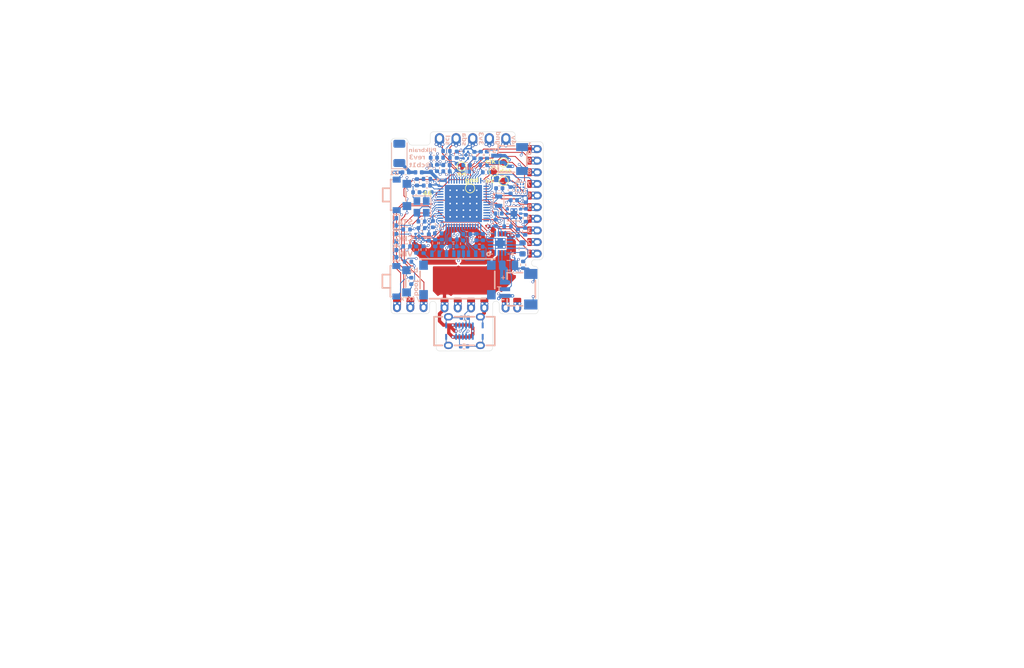
<source format=kicad_pcb>
(kicad_pcb (version 20240108) (generator "pcbnew") (generator_version "8.0")
  (layers (0 "F.Cu" signal) (1 "In1.Cu" signal) (2 "In2.Cu" signal) (31 "B.Cu" signal) (34 "B.Paste" user) (35 "F.Paste" user) (36 "B.SilkS" user "B.Silkscreen") (37 "F.SilkS" user "F.Silkscreen") (38 "B.Mask" user) (39 "F.Mask" user) (44 "Edge.Cuts" user))
  (net 0 "")
  (net 1 "Net-(U13-GPIO15{slash}ADC2_CH4{slash}XTAL_32K_P)")
  (net 2 "Net-(U13-GPIO16{slash}ADC2_CH5{slash}XTAL_32K_N)")
  (net 3 "Net-(AE1-FEED)")
  (net 5 "GND")
  (net 6 "Net-(U13-XTAL_P)")
  (net 7 "Net-(U13-XTAL_N)")
  (net 8 "VDD3P3")
  (net 9 "Net-(U13-LNA_IN{slash}RF)")
  (net 10 "/SD_DAT1")
  (net 11 "/SD_DAT0")
  (net 12 "/SD_CLK")
  (net 13 "Net-(U8-OUTP)")
  (net 14 "Net-(U8-OUTN)")
  (net 15 "Net-(U8-~{SD_MODE})")
  (net 16 "VBUS")
  (net 17 "+4V")
  (net 18 "+3.3V")
  (net 19 "/LIPO+")
  (net 20 "/WS2812_VDD")
  (net 21 "/BOOT_BUT1")
  (net 22 "/ESP_EN")
  (net 23 "/EN_PERIPH")
  (net 24 "/SD_CMD")
  (net 25 "/I2C_SCL")
  (net 26 "/I2C_SDA")
  (net 27 "/BQ_PGOOD")
  (net 28 "/BQ_CHG")
  (net 29 "Net-(U4-ILIM)")
  (net 30 "Net-(U4-ISET)")
  (net 31 "Net-(U4-TS)")
  (net 32 "/USBDM")
  (net 33 "/USBDP")
  (net 34 "/I2S_DAT")
  (net 35 "/I2S_LRCLK")
  (net 36 "/I2S_CLK")
  (net 38 "/VBAT_MEAS")
  (net 39 "/SD_DAT3")
  (net 40 "/SD_DAT2")
  (net 41 "/EXTIO_7")
  (net 42 "/3V3_OUT")
  (net 43 "/EN_3V3OUT")
  (net 48 "/EXTIO_8")
  (net 49 "/EXTIO_1")
  (net 52 "/TARG_RX")
  (net 53 "/TARG_TX")
  (net 55 "/EXTIO_2")
  (net 57 "/BUT2")
  (net 58 "/EXTIO_3")
  (net 59 "/EXTIO_6")
  (net 60 "/EXTIO_4")
  (net 61 "/EXTIO_5")
  (net 62 "/LED_STA")
  (net 63 "Net-(C7-Pad1)")
  (net 64 "Net-(U6-K)")
  (net 65 "Net-(U5-K)")
  (net 66 "Net-(U2-K)")
  (net 67 "/SD_DET")
  (net 68 "/PERIPH_FAULT")
  (net 69 "Net-(U7-ILIM)")
  (net 70 "Net-(U1-CC1)")
  (net 71 "Net-(U1-CC2)")
  (net 74 "/EXTIO_9")
  (net 75 "/EXTIO_10")
  (net 80 "/3V3_MEAS")
  (footprint "TestPoint:TestPoint_Pad_D1.0mm" (layer "F.Cu") (at 114.15 45.9)
    (property "Reference" "TP10" (hide yes))
    (property "Value" "TP")
  )
  (footprint "TestPoint:TestPoint_Pad_D1.0mm" (layer "F.Cu") (at 114.15 43.1)
    (property "Reference" "TP9" (hide yes))
    (property "Value" "TP")
  )
  (footprint "TestPoint:TestPoint_Pad_D1.0mm" (layer "F.Cu") (at 109.1 47)
    (property "Reference" "TP1" (hide yes))
    (property "Value" "TP")
  )
  (footprint "TestPoint:TestPoint_Pad_D1.0mm" (layer "F.Cu") (at 107.8 43.7)
    (property "Reference" "TP7" (hide yes))
    (property "Value" "TP")
  )
  (footprint "TestPoint:TestPoint_Pad_D1.0mm" (layer "F.Cu") (at 112.65 44.5)
    (property "Reference" "TP11" (hide yes))
    (property "Value" "TP")
  )
  (footprint "Capacitor_SMD:C_0402_1005Metric" (layer "B.Cu") (at 108.5 44.5)
    (property "Reference" "C21" (hide yes))
    (property "Value" "1u")
  )
  (footprint "easyeda2kicad:LED0402-RD_YELLOW" (layer "B.Cu") (at 98 56.85 -90)
    (property "Reference" "U6" (hide yes))
    (property "Value" "XL-1005UWC_C20613596")
  )
  (footprint "Package_DFN_QFN:VQFN-16-1EP_3x3mm_P0.5mm_EP1.6x1.6mm_ThermalVias" (layer "B.Cu") (at 113.65 55.2875 90)
    (property "Reference" "U4" (hide yes))
    (property "Value" "BQ24073RGT")
  )
  (footprint "easyeda2kicad:WLP-9_L1.4-W1.3-P0.40-R3-C3-BR" (layer "B.Cu") (at 116.7 46.845 90)
    (property "Reference" "U8" (hide yes))
    (property "Value" "MAX98357AEWL+T")
  )
  (footprint "Resistor_SMD:R_0402_1005Metric" (layer "B.Cu") (at 108.2 70.8)
    (property "Reference" "R12" (hide yes))
    (property "Value" "5.1k")
  )
  (footprint "Critbit_lib:diy_castellate_tight" (layer "B.Cu") (at 111.25 65 90)
    (property "Reference" "PAD13" (hide yes))
    (property "Value" "PAD_T" (hide yes))
  )
  (footprint "Critbit_lib:diy_castellate_tight" (layer "B.Cu") (at 119.2 55.1 180)
    (property "Reference" "PAD15" (hide yes))
    (property "Value" "PAD_T" (hide yes))
  )
  (footprint "Critbit_lib:diy_castellate_tight" (layer "B.Cu") (at 116.2 65 90)
    (property "Reference" "PAD28" (hide yes))
    (property "Value" "PAD_T" (hide yes))
  )
  (footprint "Resistor_SMD:R_0402_1005Metric" (layer "B.Cu") (at 107.1 43.8 90)
    (property "Reference" "R7" (hide yes))
    (property "Value" "10k")
  )
  (footprint "Resistor_SMD:R_0402_1005Metric" (layer "B.Cu") (at 108.6 53.9)
    (property "Reference" "R23" (hide yes))
    (property "Value" "10k")
  )
  (footprint "Capacitor_SMD:C_0402_1005Metric" (layer "B.Cu") (at 111.05 54.35 -90)
    (property "Reference" "C29" (hide yes))
    (property "Value" "1u")
  )
  (footprint "Capacitor_SMD:C_0402_1005Metric" (layer "B.Cu") (at 111.5 44.6)
    (property "Reference" "C17" (hide yes))
    (property "Value" "100n")
  )
  (footprint "Resistor_SMD:R_0402_1005Metric" (layer "B.Cu") (at 105.55 42.4)
    (property "Reference" "R4" (hide yes))
    (property "Value" "2k")
  )
  (footprint "Resistor_SMD:R_0402_1005Metric" (layer "B.Cu") (at 117.5 51.51 90)
    (property "Reference" "R10" (hide yes))
    (property "Value" "47k")
  )
  (footprint "Critbit_lib:diy_castellate_2.54" (layer "B.Cu") (at 107 39.5 -90)
    (property "Reference" "PAD8" (hide yes))
    (property "Value" "PAD" (hide yes))
  )
  (footprint "Resistor_SMD:R_0402_1005Metric" (layer "B.Cu") (at 110.5 55.8)
    (property "Reference" "R25" (hide yes))
    (property "Value" "10k")
  )
  (footprint "Capacitor_SMD:C_0402_1005Metric" (layer "B.Cu") (at 99.4 44.6 180)
    (property "Reference" "C34" (hide yes))
    (property "Value" "3.3p")
  )
  (footprint "Critbit_lib:diy_castellate_2.54" (layer "B.Cu") (at 109.5 39.5 -90)
    (property "Reference" "PAD19" (hide yes))
    (property "Value" "PAD" (hide yes))
  )
  (footprint "easyeda2kicad:CONN-SMD_SM03B-SRSS-TB-LF-SN-P" (layer "B.Cu") (at 116.3 62.2 -90)
    (property "Reference" "U12" (hide yes))
    (property "Value" "SM03B-SRSS-TB(LF)(SN)(P)")
  )
  (footprint "Capacitor_SMD:C_0402_1005Metric" (layer "B.Cu") (at 112.95 52.2 90)
    (property "Reference" "C13" (hide yes))
    (property "Value" "10u")
  )
  (footprint "Inductor_SMD:L_0402_1005Metric" (layer "B.Cu") (at 105.55 43.5)
    (property "Reference" "L1" (hide yes))
    (property "Value" "2nH/500mA")
  )
  (footprint "Resistor_SMD:R_0402_1005Metric" (layer "B.Cu") (at 117.097524 58.53226 90)
    (property "Reference" "R14" (hide yes))
    (property "Value" "2k")
  )
  (footprint "Resistor_SMD:R_0402_1005Metric" (layer "B.Cu") (at 104.85 55.25 90)
    (property "Reference" "R20" (hide yes))
    (property "Value" "10k")
  )
  (footprint "Capacitor_SMD:C_0402_1005Metric" (layer "B.Cu") (at 103.5 52.4 -90)
    (property "Reference" "C2" (hide yes))
    (property "Value" "100n")
  )
  (footprint "Capacitor_SMD:C_0402_1005Metric" (layer "B.Cu") (at 100.25 60.95 90)
    (property "Reference" "C18" (hide yes))
    (property "Value" "100n")
  )
  (footprint "Resistor_SMD:R_0402_1005Metric" (layer "B.Cu") (at 110.7 42 90)
    (property "Reference" "R27" (hide yes))
    (property "Value" "47k")
  )
  (footprint "Resistor_SMD:R_0402_1005Metric" (layer "B.Cu") (at 102.6 45.6)
    (property "Reference" "R24" (hide yes))
    (property "Value" "10k")
  )
  (footprint "Resistor_SMD:R_0402_1005Metric" (layer "B.Cu") (at 99.55 55.75 180)
    (property "Reference" "R8" (hide yes))
    (property "Value" "10k")
  )
  (footprint "Capacitor_SMD:C_0402_1005Metric" (layer "B.Cu") (at 117.5 49.6 90)
    (property "Reference" "C16" (hide yes))
    (property "Value" "10u")
  )
  (footprint "Critbit_lib:diy_castellate_tight" (layer "B.Cu") (at 119.2 48.1 180)
    (property "Reference" "PAD26" (hide yes))
    (property "Value" "PAD_T" (hide yes))
  )
  (footprint "Critbit_lib:diy_castellate_tight" (layer "B.Cu") (at 119.2 44.6 180)
    (property "Reference" "PAD27" (hide yes))
    (property "Value" "PAD_T" (hide yes))
  )
  (footprint "Capacitor_SMD:C_0402_1005Metric" (layer "B.Cu") (at 103.65 42.4 180)
    (property "Reference" "C22" (hide yes))
    (property "Value" "10u")
  )
  (footprint "Capacitor_SMD:C_0402_1005Metric" (layer "B.Cu") (at 106.6 55.75 180)
    (property "Reference" "C24" (hide yes))
    (property "Value" "100n")
  )
  (footprint "RF_Antenna:Johanson_2450AT18x100" (layer "B.Cu") (at 98.45 41.75 90)
    (property "Reference" "AE1" (hide yes))
    (property "Value" "Antenna_Chip")
  )
  (footprint "easyeda2kicad:DFN-4_L1.0-W1.0-P0.65-BL-EP" (layer "B.Cu") (at 108.473159 42.003516)
    (property "Reference" "U3" (hide yes))
    (property "Value" "SSP7615-33DFR")
  )
  (footprint "Capacitor_SMD:C_0402_1005Metric" (layer "B.Cu") (at 103.2 44 90)
    (property "Reference" "C35" (hide yes))
    (property "Value" "3.3p")
  )
  (footprint "Capacitor_SMD:C_0402_1005Metric" (layer "B.Cu") (at 102.6 46.6 180)
    (property "Reference" "C1" (hide yes))
    (property "Value" "100n")
  )
  (footprint "Capacitor_SMD:C_0402_1005Metric" (layer "B.Cu") (at 101.8 52)
    (property "Reference" "C8" (hide yes))
    (property "Value" "12p")
  )
  (footprint "Crystal:Crystal_SMD_2012-2Pin_2.0x1.2mm" (layer "B.Cu") (at 113.4 48.95 -90)
    (property "Reference" "Y2" (hide yes))
    (property "Value" "XO-32K")
  )
  (footprint "Capacitor_SMD:C_0402_1005Metric" (layer "B.Cu") (at 113.4 50.8 180)
    (property "Reference" "C6" (hide yes))
    (property "Value" "12p")
  )
  (footprint "Capacitor_SMD:C_0402_1005Metric" (layer "B.Cu") (at 110.05 54.35 -90)
    (property "Reference" "C30" (hide yes))
    (property "Value" "100n")
  )
  (footprint "Capacitor_SMD:C_0402_1005Metric" (layer "B.Cu") (at 115.7 48.8)
    (property "Reference" "C20" (hide yes))
    (property "Value" "100n")
  )
  (footprint "easyeda2kicad:WDFN-6_L2.0-W2.0-P0.65-BL-EP-1" (layer "B.Cu") (at 115.7 50.8225 -90)
    (property "Reference" "U7" (hide yes))
    (property "Value" "AP2552FDC-7")
  )
  (footprint "Resistor_SMD:R_0402_1005Metric" (layer "B.Cu") (at 104.3 53.8 180)
    (property "Reference" "R9" (hide yes))
    (property "Value" "10k")
  )
  (footprint "Resistor_SMD:R_0603_1608Metric" (layer "B.Cu") (at 113.9 45.6 180)
    (property "Reference" "R16" (hide yes))
    (property "Value" "510k")
  )
  (footprint "Critbit_lib:diy_castellate_tight" (layer "B.Cu") (at 119.2 41.1 180)
    (property "Reference" "PAD11" (hide yes))
    (property "Value" "PAD_T" (hide yes))
  )
  (footprint "Crystal:Crystal_SMD_2520-4Pin_2.5x2.0mm" (layer "B.Cu") (at 101.8 49.8 -90)
    (property "Reference" "Y1" (hide yes))
    (property "Value" "XO-40M")
  )
  (footprint "Critbit_lib:diy_castellate_tight" (layer "B.Cu") (at 119.2 51.6 180)
    (property "Reference" "PAD24" (hide yes))
    (property "Value" "PAD_T" (hide yes))
  )
  (footprint "Resistor_SMD:R_0402_1005Metric" (layer "B.Cu") (at 117.4 53.5 -90)
    (property "Reference" "R13" (hide yes))
    (property "Value" "2k")
  )
  (footprint "Critbit_lib:diy_castellate_tight" (layer "B.Cu") (at 109.25 65 90)
    (property "Reference" "PAD7" (hide yes))
    (property "Value" "PAD_T" (hide yes))
  )
  (footprint "easyeda2kicad:SW-SMD_TS24CA" (layer "B.Cu") (at 98.77 61 -90)
    (property "Reference" "SW3" (hide yes))
    (property "Value" "TS24CA")
  )
  (footprint "Capacitor_SMD:C_0402_1005Metric" (layer "B.Cu") (at 116.3 53.65 90)
    (property "Reference" "C9" (hide yes))
    (property "Value" "10u")
  )
  (footprint "Critbit_lib:diy_castellate_tight" (layer "B.Cu") (at 100.1 64.95 90)
    (property "Reference" "PAD3" (hide yes))
    (property "Value" "PAD_T" (hide yes))
  )
  (footprint "easyeda2kicad:TF-SMD_TF-123-ARP9H15" (layer "B.Cu") (at 107.2025 59.94)
    (property "Reference" "U11" (hide yes))
    (property "Value" "TF-123-ARP9H17")
  )
  (footprint "Critbit_lib:diy_castellate_tight" (layer "B.Cu") (at 119.2 46.35 180)
    (property "Reference" "PAD16" (hide yes))
    (property "Value" "PAD_T" (hide yes))
  )
  (footprint "easyeda2kicad:LED0402-RD_YELLOW" (layer "B.Cu") (at 98 54.45 -90)
    (property "Reference" "U5" (hide yes))
    (property "Value" "XL-1005UWC_C20613596")
  )
  (footprint "Critbit_lib:diy_castellate_2.54" (layer "B.Cu") (at 114.5 39.5 -90)
    (property "Reference" "PAD21" (hide yes))
    (property "Value" "PAD" (hide yes))
  )
  (footprint "Capacitor_SMD:C_0402_1005Metric" (layer "B.Cu") (at 101.1 46.1 -90)
    (property "Reference" "C19" (hide yes))
    (property "Value" "100n")
  )
  (footprint "Capacitor_SMD:C_0402_1005Metric" (layer "B.Cu") (at 101.8 53 180)
    (property "Reference" "C3" (hide yes))
    (property "Value" "10u")
  )
  (footprint "Critbit_lib:diy_castellate_tight" (layer "B.Cu") (at 119.2 56.85 180)
    (property "Reference" "PAD18" (hide yes))
    (property "Value" "PAD_T" (hide yes))
  )
  (footprint "Critbit_lib:diy_castellate_tight" (layer "B.Cu") (at 107.25 65 90)
    (property "Reference" "PAD6" (hide yes))
    (property "Value" "PAD_T" (hide yes))
  )
  (footprint "Critbit_lib:diy_castellate_tight" (layer "B.Cu") (at 98.1 64.95 90)
    (property "Reference" "PAD4" (hide yes))
    (property "Value" "PAD_T" (hide yes))
  )
  (footprint "Capacitor_SMD:C_0805_2012Metric" (layer "B.Cu") (at 114.9 58.6)
    (property "Reference" "C11" (hide yes))
    (property "Value" "47uF/0805")
  )
  (footprint "Package_DFN_QFN:QFN-56-1EP_7x7mm_P0.4mm_EP5.6x5.6mm" (layer "B.Cu") (at 108.1 49.3 -90)
    (property "Reference" "U13" (hide yes))
    (property "Value" "ESP32-S3")
  )
  (footprint "Critbit_lib:diy_castellate_tight" (layer "B.Cu") (at 119.2 49.85 180)
    (property "Reference" "PAD25" (hide yes))
    (property "Value" "PAD_T" (hide yes))
  )
  (footprint "Critbit_lib:diy_castellate_2.54" (layer "B.Cu") (at 112 39.5 -90)
    (property "Reference" "PAD20" (hide yes))
    (property "Value" "PAD" (hide yes))
  )
  (footprint "Resistor_SMD:R_0402_1005Metric" (layer "B.Cu") (at 106.6 54.7)
    (property "Reference" "R21" (hide yes))
    (property "Value" "10k")
  )
  (footprint "easyeda2kicad:CONN-SMD_2P-P1.00_SM02B-SRSS-TB-LF-SN" (layer "B.Cu") (at 115 42.6 -90)
    (property "Reference" "CN1" (hide yes))
    (property "Value" "SM02B-SRSS-TB (LF)(SN)")
  )
  (footprint "Resistor_SMD:R_0402_1005Metric" (layer "B.Cu") (at 108.3 66.5 180)
    (property "Reference" "R6" (hide yes))
    (property "Value" "5.1k")
  )
  (footprint "Critbit_lib:diy_castellate_tight" (layer "B.Cu") (at 114.45 65 90)
    (property "Reference" "PAD1" (hide yes))
    (property "Value" "PAD_T" (hide yes))
  )
  (footprint "Critbit_lib:diy_castellate_tight" (layer "B.Cu") (at 119.2 42.85 180)
    (property "Reference" "PAD10" (hide yes))
    (property "Value" "PAD_T" (hide yes))
  )
  (footprint "Capacitor_SMD:C_0402_1005Metric" (layer "B.Cu") (at 105.55 44.45 180)
    (property "Reference" "C23" (hide yes))
    (property "Value" "100n")
  )
  (footprint "Critbit_lib:diy_castellate_2.54" (layer "B.Cu") (at 104.5 39.5 -90)
    (property "Reference" "PAD9" (hide yes))
    (property "Value" "PAD" (hide yes))
  )
  (footprint "Resistor_SMD:R_0402_1005Metric" (layer "B.Cu") (at 99.55 53.2 180)
    (property "Reference" "R15" (hide yes))
    (property "Value" "10k")
  )
  (footprint "easyeda2kicad:USB-C-SMD_TYPE-C-16P-LTH8.8" (layer "B.Cu") (at 108.25 68.51 180)
    (property "Reference" "U1" (hide yes))
    (property "Value" "TYPE-C 16P LTH8.8")
  )
  (footprint "Critbit_lib:diy_castellate_tight" (layer "B.Cu") (at 119.2 53.35 180)
    (property "Reference" "PAD14" (hide yes))
    (property "Value" "PAD_T" (hide yes))
  )
  (footprint "Resistor_SMD:R_0402_1005Metric" (layer "B.Cu") (at 102.1 56.25 -90)
    (property "Reference" "R26" (hide yes))
    (property "Value" "47k")
  )
  (footprint "easyeda2kicad:LED0402-RD_YELLOW" (layer "B.Cu") (at 98 52.05 -90)
    (property "Reference" "U2" (hide yes))
    (property "Value" "XL-1005UWC_C20613596")
  )
  (footprint "Capacitor_SMD:C_0402_1005Metric" (layer "B.Cu") (at 115.2 47.3 -90)
    (property "Reference" "C33" (hide yes))
    (property "Value" "100n")
  )
  (footprint "Capacitor_SMD:C_0402_1005Metric" (layer "B.Cu") (at 101 47.6 180)
    (property "Reference" "C7" (hide yes))
    (property "Value" "12p")
  )
  (footprint "Capacitor_SMD:C_0402_1005Metric" (layer "B.Cu") (at 113.5 47)
    (property "Reference" "C5" (hide yes))
    (property "Value" "12p")
  )
  (footprint "Capacitor_SMD:C_0402_1005Metric" (layer "B.Cu") (at 107.1 41.95 90)
    (property "Reference" "C14" (hide yes))
    (property "Value" "1u")
  )
  (footprint "Capacitor_SMD:C_0402_1005Metric" (layer "B.Cu") (at 104.12612 43.953735 -90)
    (property "Reference" "C4" (hide yes))
    (property "Value" "100n")
  )
  (footprint "Capacitor_SMD:C_0402_1005Metric" (layer "B.Cu") (at 109.75 42 -90)
    (property "Reference" "C15" (hide yes))
    (property "Value" "1u")
  )
  (footprint "Resistor_SMD:R_0402_1005Metric" (layer "B.Cu") (at 103.85 55.25 90)
    (property "Reference" "R17" (hide yes))
    (property "Value" "10k")
  )
  (footprint "easyeda2kicad:DFN-4_L1.0-W1.0-P0.65-BL-EP" (layer "B.Cu") (at 101.4 54.183413 -90)
    (property "Reference" "U9" (hide yes))
    (property "Value" "SSP7615-33DFR")
  )
  (footprint "Resistor_SMD:R_0402_1005Metric" (layer "B.Cu") (at 105.55 41.4)
    (property "Reference" "R1" (hide yes))
    (property "Value" "2k")
  )
  (footprint "Critbit_lib:diy_castellate_tight" (layer "B.Cu") (at 102.1 64.95 90)
    (property "Reference" "PAD2" (hide yes))
    (property "Value" "PAD_T" (hide yes))
  )
  (footprint "Capacitor_SMD:C_0402_1005Metric" (layer "B.Cu") (at 102.9 54.4 -90)
    (property "Reference" "C12" (hide yes))
    (property "Value" "1u")
  )
  (footprint "Resistor_SMD:R_0402_1005Metric" (layer "B.Cu") (at 114.75 52.75 180)
    (property "Reference" "R11" (hide yes))
    (property "Value" "10k")
  )
  (footprint "Resistor_SMD:R_0603_1608Metric" (layer "B.Cu") (at 117 56.05 -90)
    (property "Reference" "R2" (hide yes))
    (property "Value" "10k/DNP")
  )
  (footprint "Critbit_lib:diy_castellate_tight" (layer "B.Cu") (at 105.25 65 90)
    (property "Reference" "PAD12" (hide yes))
    (property "Value" "PAD_T" (hide yes))
  )
  (footprint "Resistor_SMD:R_0402_1005Metric" (layer "B.Cu") (at 108.59 43.5 180)
    (property "Reference" "R18" (hide yes))
    (property "Value" "10k")
  )
  (footprint "Inductor_SMD:L_0402_1005Metric" (layer "B.Cu") (at 101.35 44.6)
    (property "Reference" "L2" (hide yes))
    (property "Value" "2nH/500mA")
  )
  (footprint "Capacitor_SMD:C_0402_1005Metric" (layer "B.Cu") (at 101 56.25 -90)
    (property "Reference" "C10" (hide yes))
    (property "Value" "1u")
  )
  (footprint "Resistor_SMD:R_0402_1005Metric" (layer "B.Cu") (at 108.05 55.35 -90)
    (property "Reference" "R22" (hide yes))
    (property "Value" "10k")
  )
  (footprint "Resistor_SMD:R_0402_1005Metric" (layer "B.Cu") (at 99.75 58.05 180)
    (property "Reference" "R19" (hide yes))
    (property "Value" "10k")
  )
  (footprint "Resistor_SMD:R_0402_1005Metric" (layer "B.Cu") (at 111.15 43.5 180)
    (property "Reference" "R5" (hide yes))
    (property "Value" "10k")
  )
  (footprint "easyeda2kicad:SW-SMD_TS24CA" (layer "B.Cu") (at 98.82 48 -90)
    (property "Reference" "SW1" (hide yes))
    (property "Value" "TS24CA")
  )
  (footprint "Resistor_SMD:R_0402_1005Metric" (layer "B.Cu") (at 111.65 42 90)
    (property "Reference" "R3" (hide yes))
    (property "Value" "10k")
  )
  (footprint "Inductor_SMD:L_0402_1005Metric" (layer "B.Cu") (at 102.82 47.6)
    (property "Reference" "L3" (hide yes))
    (property "Value" "24nH")
  )
  (gr_line (start 101.1 63.35) (end 101.4 64.1) (stroke (width 0.12)) (layer "B.SilkS"))
  (gr_line (start 112.492891 64.5) (end 112.492891 71) (stroke (width 0.05)) (layer "Edge.Cuts"))
  (gr_arc (start 112.492891 71) (mid 112.346444 71.353553) (end 111.992891 71.5) (stroke (width 0.05)) (layer "Edge.Cuts"))
  (gr_line (start 99.3 39.5) (end 97.7 39.5) (stroke (width 0.05)) (layer "Edge.Cuts"))
  (gr_arc (start 104.507109 71.5) (mid 104.15355 71.353557) (end 104.007109 71) (stroke (width 0.05)) (layer "Edge.Cuts"))
  (gr_line (start 119.35 59.257109) (end 119.35 65.403554) (stroke (width 0.05)) (layer "Edge.Cuts"))
  (gr_arc (start 118.85 58.757109) (mid 119.203569 58.903553) (end 119.35 59.257109) (stroke (width 0.05)) (layer "Edge.Cuts"))
  (gr_arc (start 119.6 40) (mid 119.953583 40.146417) (end 120.1 40.5) (stroke (width 0.05)) (layer "Edge.Cuts"))
  (gr_arc (start 103 65.4) (mid 102.853553 65.753553) (end 102.5 65.9) (stroke (width 0.05)) (layer "Edge.Cuts"))
  (gr_line (start 103.6 38.5) (end 115.4 38.5) (stroke (width 0.05)) (layer "Edge.Cuts"))
  (gr_line (start 100.35 40.5) (end 102.6 40.5) (stroke (width 0.05)) (layer "Edge.Cuts"))
  (gr_line (start 103.1 40) (end 103.1 39) (stroke (width 0.05)) (layer "Edge.Cuts"))
  (gr_line (start 97.2 65.4) (end 97.2 40) (stroke (width 0.05)) (layer "Edge.Cuts"))
  (gr_arc (start 99.3 39.5) (mid 99.467725 39.539561) (end 99.6 39.65) (stroke (width 0.05)) (layer "Edge.Cuts"))
  (gr_line (start 104.007109 64.5) (end 104.007109 71) (stroke (width 0.05)) (layer "Edge.Cuts"))
  (gr_arc (start 97.2 40) (mid 97.346417 39.646417) (end 97.7 39.5) (stroke (width 0.05)) (layer "Edge.Cuts"))
  (gr_arc (start 116.4 40) (mid 116.046417 39.853583) (end 115.9 39.5) (stroke (width 0.05)) (layer "Edge.Cuts"))
  (gr_line (start 115.9 39.5) (end 115.9 39) (stroke (width 0.05)) (layer "Edge.Cuts"))
  (gr_line (start 118.85 65.903554) (end 114 65.9) (stroke (width 0.05)) (layer "Edge.Cuts"))
  (gr_arc (start 120.1 57.25) (mid 119.953553 57.603553) (end 119.6 57.75) (stroke (width 0.05)) (layer "Edge.Cuts"))
  (gr_line (start 118.85 57.75) (end 119.6 57.75) (stroke (width 0.05)) (layer "Edge.Cuts"))
  (gr_line (start 103 64.5) (end 103 65.4) (stroke (width 0.05)) (layer "Edge.Cuts"))
  (gr_arc (start 103.1 39) (mid 103.246417 38.646417) (end 103.6 38.5) (stroke (width 0.05)) (layer "Edge.Cuts"))
  (gr_line (start 120.1 57.25) (end 120.1 40.5) (stroke (width 0.05)) (layer "Edge.Cuts"))
  (gr_line (start 116.4 40) (end 119.6 40) (stroke (width 0.05)) (layer "Edge.Cuts"))
  (gr_line (start 108.25 71.5) (end 111.992891 71.5) (stroke (width 0.05)) (layer "Edge.Cuts"))
  (gr_arc (start 112.492891 64.5) (mid 112.996445 63.996446) (end 113.5 64.5) (stroke (width 0.05)) (layer "Edge.Cuts"))
  (gr_arc (start 103.1 40) (mid 102.953583 40.353583) (end 102.6 40.5) (stroke (width 0.05)) (layer "Edge.Cuts"))
  (gr_line (start 113.5 64.5) (end 113.5 65.4) (stroke (width 0.05)) (layer "Edge.Cuts"))
  (gr_arc (start 115.4 38.5) (mid 115.753583 38.646417) (end 115.9 39) (stroke (width 0.05)) (layer "Edge.Cuts"))
  (gr_line (start 99.95 40.3) (end 99.6 39.65) (stroke (width 0.05)) (layer "Edge.Cuts"))
  (gr_arc (start 103 64.5) (mid 103.503554 63.996446) (end 104.007109 64.5) (stroke (width 0.05)) (layer "Edge.Cuts"))
  (gr_line (start 108.25 71.5) (end 104.507109 71.5) (stroke (width 0.05)) (layer "Edge.Cuts"))
  (gr_line (start 97.7 65.9) (end 102.5 65.9) (stroke (width 0.05)) (layer "Edge.Cuts"))
  (gr_arc (start 118.85 58.757109) (mid 118.346491 58.2536) (end 118.85 57.75) (stroke (width 0.05)) (layer "Edge.Cuts"))
  (gr_arc (start 100.35 40.5) (mid 100.126378 40.447243) (end 99.95 40.3) (stroke (width 0.05)) (layer "Edge.Cuts"))
  (gr_arc (start 97.7 65.9) (mid 97.346447 65.753553) (end 97.2 65.4) (stroke (width 0.05)) (layer "Edge.Cuts"))
  (gr_arc (start 119.35 65.403554) (mid 119.203553 65.757107) (end 118.85 65.903554) (stroke (width 0.05)) (layer "Edge.Cuts"))
  (gr_arc (start 114 65.9) (mid 113.646447 65.753553) (end 113.5 65.4) (stroke (width 0.05)) (layer "Edge.Cuts"))
  (gr_text "S+" (at 113.1 41.8 0) (layer "B.SilkS") (effects (font (size 0.7 0.7) (thickness 0.175) (bold yes)) (justify left bottom mirror)))
  (gr_text "sda" (at 107.8 40.6 -90) (layer "B.SilkS") (effects (font (size 0.7 0.7) (thickness 0.175) (bold yes)) (justify left bottom mirror)))
  (gr_text "3v3" (at 110.3 40.5 -90) (layer "B.SilkS") (effects (font (size 0.7 0.7) (thickness 0.175) (bold yes)) (justify left bottom mirror)))
  (gr_text "b2" (at 101.3 59.8 0) (layer "B.SilkS") (effects (font (size 0.7 0.7) (thickness 0.175) (bold yes)) (justify left bottom mirror)))
  (gr_text "4" (at 118.3 51.9 0) (layer "B.SilkS") (effects (font (size 0.7 0.7) (thickness 0.175) (bold yes)) (justify left bottom mirror)))
  (gr_text "8" (at 118.35 45 0) (layer "B.SilkS") (effects (font (size 0.7 0.7) (thickness 0.175) (bold yes)) (justify left bottom mirror)))
  (gr_text "rx" (at 99.7 64.05 0) (layer "B.SilkS") (effects (font (size 0.7 0.7) (thickness 0.175) (bold yes)) (justify left bottom mirror)))
  (gr_text "Pilkbrain" (at 104.05 41.65 0) (layer "B.SilkS") (effects (font (size 0.6 0.6) (thickness 0.15) (bold yes)) (justify left bottom mirror)))
  (gr_text "S-" (at 113 44.4 0) (layer "B.SilkS") (effects (font (size 0.7 0.7) (thickness 0.175) (bold yes)) (justify left bottom mirror)))
  (gr_text "rev3\n@cb1t" (at 99.9 43.95 0) (layer "B.SilkS") (effects (font (size 0.7 0.7) (thickness 0.175) (bold yes)) (justify right bottom mirror)))
  (gr_text "4v" (at 115.2 40.4 270) (layer "B.SilkS") (effects (font (size 0.7 0.7) (thickness 0.175) (bold yes)) (justify left bottom mirror)))
  (gr_text "-" (at 113.8 63.2 180) (layer "B.SilkS") (effects (font (size 1 1) (thickness 0.25) (bold yes)) (justify left bottom mirror)))
  (gr_text "boot" (at 100.6 63.25 270) (layer "B.SilkS") (effects (font (size 0.7 0.7) (thickness 0.175) (bold yes)) (justify left bottom mirror)))
  (gr_text "+" (at 114.5 60.9 0) (layer "B.SilkS") (effects (font (size 0.7 0.7) (thickness 0.175) (bold yes)) (justify left bottom mirror)))
  (gr_text "3" (at 118.4 53.8 0) (layer "B.SilkS") (effects (font (size 0.7 0.7) (thickness 0.175) (bold yes)) (justify left bottom mirror)))
  (gr_text "tx" (at 100.75 64.05 0) (layer "B.SilkS") (effects (font (size 0.7 0.7) (thickness 0.175) (bold yes)) (justify left bottom mirror)))
  (gr_text "1" (at 118.3 57.2 0) (layer "B.SilkS") (effects (font (size 0.7 0.7) (thickness 0.175) (bold yes)) (justify left bottom mirror)))
  (gr_text "T" (at 113.8 62.6 0) (layer "B.SilkS") (effects (font (size 0.7 0.7) (thickness 0.175) (bold yes)) (justify left bottom mirror)))
  (gr_text "6" (at 118.3 48.5 0) (layer "B.SilkS") (effects (font (size 0.7 0.7) (thickness 0.175) (bold yes)) (justify left bottom mirror)))
  (gr_text "9" (at 118.35 43.3 0) (layer "B.SilkS") (effects (font (size 0.7 0.7) (thickness 0.175) (bold yes)) (justify left bottom mirror)))
  (gr_text "gnd" (at 112.9 40.5 -90) (layer "B.SilkS") (effects (font (size 0.7 0.7) (thickness 0.175) (bold yes)) (justify left bottom mirror)))
  (gr_text "STA" (at 100.5 52.6 0) (layer "B.SilkS") (effects (font (size 0.8 0.8) (thickness 0.15) (bold yes)) (justify left bottom mirror)))
  (gr_text "CHG" (at 100.5 55.1 0) (layer "B.SilkS") (effects (font (size 0.8 0.8) (thickness 0.15) (bold yes)) (justify left bottom mirror)))
  (gr_text "2" (at 118.3 55.6 0) (layer "B.SilkS") (effects (font (size 0.7 0.7) (thickness 0.175) (bold yes)) (justify left bottom mirror)))
  (gr_text "scl" (at 105.3 40.5 -90) (layer "B.SilkS") (effects (font (size 0.7 0.7) (thickness 0.175) (bold yes)) (justify left bottom mirror)))
  (gr_text "7" (at 118.3 46.8 0) (layer "B.SilkS") (effects (font (size 0.7 0.7) (thickness 0.175) (bold yes)) (justify left bottom mirror)))
  (gr_text "1\n0" (at 118.4 42.1 0) (layer "B.SilkS") (effects (font (size 0.7 0.7) (thickness 0.175) (bold yes)) (justify left bottom mirror)))
  (gr_text "b1" (at 98.4 45.15 0) (layer "B.SilkS") (effects (font (size 0.7 0.7) (thickness 0.175) (bold yes)) (justify left bottom mirror)))
  (gr_text "VIN" (at 100.5 57.4 0) (layer "B.SilkS") (effects (font (size 0.8 0.8) (thickness 0.15) (bold yes)) (justify left bottom mirror)))
  (gr_text "5" (at 118.4 50.3 0) (layer "B.SilkS") (effects (font (size 0.7 0.7) (thickness 0.175) (bold yes)) (justify left bottom mirror)))
  (gr_text "clk" (at 111.4 43.4 0) (layer "F.SilkS") (effects (font (size 0.7 0.7) (thickness 0.175) (bold yes)) (justify left bottom)))
  (gr_text "lrc" (at 111.4 46.3 0) (layer "F.SilkS") (effects (font (size 0.7 0.7) (thickness 0.175) (bold yes)) (justify left bottom)))
  (gr_text "46" (at 102 48.2 0) (layer "F.SilkS") (effects (font (size 0.7 0.7) (thickness 0.175) (bold yes)) (justify left bottom)))
  (gr_text "en" (at 107.2 45.3 0) (layer "F.SilkS") (effects (font (size 0.7 0.7) (thickness 0.175) (bold yes)) (justify left bottom)))
  (gr_text "dat" (at 113.5 44.9 0) (layer "F.SilkS") (effects (font (size 0.7 0.7) (thickness 0.175) (bold yes)) (justify left bottom)))
  (gr_text "gnd" (at 108.3 46.2 0) (layer "F.SilkS") (effects (font (size 0.7 0.7) (thickness 0.175) (bold yes)) (justify left bottom)))
  (segment (start 113.02 47) (end 113.02 47.87) (width 0.127) (layer "B.Cu") (net 1))
  (segment (start 113.4 48.446) (end 113.4 48.25) (width 0.127) (layer "B.Cu") (net 1))
  (segment (start 112.062504 49.246) (end 112.6 49.246) (width 0.127) (layer "B.Cu") (net 1))
  (segment (start 112.6 49.246) (end 113.4 48.446) (width 0.127) (layer "B.Cu") (net 1))
  (segment (start 111.5375 49.1) (end 111.916504 49.1) (width 0.127) (layer "B.Cu") (net 1))
  (segment (start 113.02 47.87) (end 113.4 48.25) (width 0.127) (layer "B.Cu") (net 1))
  (segment (start 111.916504 49.1) (end 112.062504 49.246) (width 0.127) (layer "B.Cu") (net 1))
  (segment (start 113.88 50.8) (end 113.88 50.13) (width 0.127) (layer "B.Cu") (net 2))
  (segment (start 111.5375 49.5) (end 113.05 49.5) (width 0.127) (layer "B.Cu") (net 2))
  (segment (start 113.88 50.13) (end 113.4 49.65) (width 0.127) (layer "B.Cu") (net 2))
  (segment (start 113.05 49.5) (end 113.2 49.65) (width 0.127) (layer "B.Cu") (net 2))
  (segment (start 113.2 49.65) (end 113.4 49.65) (width 0.127) (layer "B.Cu") (net 2))
  (segment (start 98.7 43.2) (end 98.45 43.2) (width 0.5) (layer "B.Cu") (net 3))
  (segment (start 99.88 44.6) (end 99.88 44.38) (width 0.5) (layer "B.Cu") (net 3))
  (segment (start 99.88 44.6) (end 100.415 44.6) (width 0.5) (layer "B.Cu") (net 3))
  (segment (start 99.88 44.38) (end 98.7 43.2) (width 0.5) (layer "B.Cu") (net 3))
  (segment (start 111.25 65.76) (end 110.65 66.36) (width 0.5) (layer "F.Cu") (net 5))
  (segment (start 111.25 65) (end 111.25 65.76) (width 0.5) (layer "F.Cu") (net 5))
  (via (at 110.1 47.3) (size 0.4) (drill 0.25) (layers "F.Cu" "B.Cu") (net 5))
  (via (at 109.401126 55.098874) (size 0.4) (drill 0.25) (layers "F.Cu" "B.Cu") (net 5))
  (via (at 109.1 51.3) (size 0.4) (drill 0.25) (layers "F.Cu" "B.Cu") (net 5))
  (via (at 106.1 47.3) (size 0.4) (drill 0.25) (layers "F.Cu" "B.Cu") (net 5))
  (via (at 98.75 45.2) (size 0.4) (drill 0.25) (layers "F.Cu" "B.Cu") (net 5))
  (via (at 116.8 42) (size 0.4) (drill 0.25) (layers "F.Cu" "B.Cu") (net 5))
  (via (at 116.4 57.7) (size 0.4) (drill 0.25) (layers "F.Cu" "B.Cu") (net 5))
  (via (at 107.1 47.3) (size 0.4) (drill 0.25) (layers "F.Cu" "B.Cu") (net 5))
  (via (at 116.9 48.5) (size 0.4) (drill 0.25) (layers "F.Cu" "B.Cu") (net 5))
  (via (at 107.1 48.3) (size 0.4) (drill 0.25) (layers "F.Cu" "B.Cu") (net 5))
  (via (at 107.1 50.3) (size 0.4) (drill 0.25) (layers "F.Cu" "B.Cu") (net 5))
  (via (at 101.533244 54.982935) (size 0.4) (drill 0.25) (layers "F.Cu" "B.Cu") (net 5))
  (via (at 108.1 49.3) (size 0.4) (drill 0.25) (layers "F.Cu" "B.Cu") (net 5))
  (via (at 115.4 50.3) (size 0.4) (drill 0.25) (layers "F.Cu" "B.Cu") (net 5))
  (via (at 110.1 49.3) (size 0.4) (drill 0.25) (layers "F.Cu" "B.Cu") (net 5))
  (via (at 115.6 57.3) (size 0.4) (drill 0.25) (layers "F.Cu" "B.Cu") (net 5))
  (via (at 112.179262 43.820045) (size 0.4) (drill 0.25) (layers "F.Cu" "B.Cu") (net 5))
  (via (at 116 50.3) (size 0.4) (drill 0.25) (layers "F.Cu" "B.Cu") (net 5))
  (via (at 105.55 44.95) (size 0.4) (drill 0.25) (layers "F.Cu" "B.Cu") (net 5))
  (via (at 113.4 62.9) (size 0.4) (drill 0.25) (layers "F.Cu" "B.Cu") (net 5))
  (via (at 113.4 63.6) (size 0.4) (drill 0.25) (layers "F.Cu" "B.Cu") (net 5))
  (via (at 114.027 47.6) (size 0.4) (drill 0.25) (layers "F.Cu" "B.Cu") (net 5))
  (via (at 98.2 44.6) (size 0.4) (drill 0.25) (layers "F.Cu" "B.Cu") (net 5))
  (via (at 107.55206 41.905824) (size 0.4) (drill 0.25) (layers "F.Cu" "B.Cu") (net 5))
  (via (at 115.85 59.6) (size 0.4) (drill 0.25) (layers "F.Cu" "B.Cu") (net 5))
  (via (at 110.1 48.3) (size 0.4) (drill 0.25) (layers "F.Cu" "B.Cu") (net 5))
  (via (at 104.1 52.7) (size 0.4) (drill 0.25) (layers "F.Cu" "B.Cu") (net 5))
  (via (at 102.8 55.6) (size 0.4) (drill 0.25) (layers "F.Cu" "B.Cu") (net 5))
  (via (at 99.54 60.4) (size 0.4) (drill 0.25) (layers "F.Cu" "B.Cu") (net 5))
  (via (at 109.1 49.3) (size 0.4) (drill 0.25) (layers "F.Cu" "B.Cu") (net 5))
  (via (at 116.5 59.45) (size 0.4) (drill 0.25) (layers "F.Cu" "B.Cu") (net 5))
  (via (at 105.55 56) (size 0.4) (drill 0.25) (layers "F.Cu" "B.Cu") (net 5))
  (via (at 101.999438 55.003863) (size 0.4) (drill 0.25) (layers "F.Cu" "B.Cu") (net 5))
  (via (at 108.1 47.3) (size 0.4) (drill 0.25) (layers "F.Cu" "B.Cu") (net 5))
  (via (at 116.872668 49) (size 0.4) (drill 0.25) (layers "F.Cu" "B.Cu") (net 5))
  (via (at 116.5 43.4) (size 0.4) (drill 0.25) (layers "F.Cu" "B.Cu") (net 5))
  (via (at 109.1 48.3) (size 0.4) (drill 0.25) (layers "F.Cu" "B.Cu") (net 5))
  (via (at 103.696943 44.00274) (size 0.4) (drill 0.25) (layers "F.Cu" "B.Cu") (net 5))
  (via (at 100.7 53.1) (size 0.4) (drill 0.25) (layers "F.Cu" "B.Cu") (net 5))
  (via (at 113.6 52.3) (size 0.4) (drill 0.25) (layers "F.Cu" "B.Cu") (net 5))
  (via (at 103.2 41.7) (size 0.4) (drill 0.25) (layers "F.Cu" "B.Cu") (net 5))
  (via (at 97.65 44.6) (size 0.4) (drill 0.25) (layers "F.Cu" "B.Cu") (net 5))
  (via (at 109.1 47.3) (size 0.4) (drill 0.25) (layers "F.Cu" "B.Cu") (net 5))
  (via (at 107.1 49.3) (size 0.4) (drill 0.25) (layers "F.Cu" "B.Cu") (net 5))
  (via (at 99.6 47.3) (size 0.4) (drill 0.25) (layers "F.Cu" "B.Cu") (net 5))
  (via (at 117.55251 47.182065) (size 0.4) (drill 0.25) (layers "F.Cu" "B.Cu") (net 5))
  (via (at 116 51.3725) (size 0.4) (drill 0.25) (layers "F.Cu" "B.Cu") (net 5))
  (via (at 100.5 46.6) (size 0.4) (drill 0.25) (layers "F.Cu" "B.Cu") (net 5))
  (via (at 113.839868 51.836632) (size 0.4) (drill 0.25) (layers "F.Cu" "B.Cu") (net 5))
  (via (at 106.1 51.3) (size 0.4) (drill 0.25) (layers "F.Cu" "B.Cu") (net 5))
  (via (at 99.6 45.4) (size 0.4) (drill 0.25) (layers "F.Cu" "B.Cu") (net 5))
  (via (at 108.1 51.3) (size 0.4) (drill 0.25) (layers "F.Cu" "B.Cu") (net 5))
  (via (at 101.79726 52.496943) (size 0.4) (drill 0.25) (layers "F.Cu" "B.Cu") (net 5))
  (via (at 109.177939 41.965137) (size 0.4) (drill 0.25) (layers "F.Cu" "B.Cu") (net 5))
  (via (at 107.1 51.3) (size 0.4) (drill 0.25) (layers "F.Cu" "B.Cu") (net 5))
  (via (at 104.6 44.9) (size 0.4) (drill 0.25) (layers "F.Cu" "B.Cu") (net 5))
  (via (at 110.1 51.3) (size 0.4) (drill 0.25) (layers "F.Cu" "B.Cu") (net 5))
  (via (at 108.1 48.3) (size 0.4) (drill 0.25) (layers "F.Cu" "B.Cu") (net 5))
  (via (at 115.4 51.3725) (size 0.4) (drill 0.25) (layers "F.Cu" "B.Cu") (net 5))
  (via (at 106.1 49.3) (size 0.4) (drill 0.25) (layers "F.Cu" "B.Cu") (net 5))
  (via (at 117.076126 52.433874) (size 0.4) (drill 0.25) (layers "F.Cu" "B.Cu") (net 5))
  (via (at 102.6 44) (size 0.4) (drill 0.25) (layers "F.Cu" "B.Cu") (net 5))
  (via (at 108.1 50.3) (size 0.4) (drill 0.25) (layers "F.Cu" "B.Cu") (net 5))
  (via (at 110.1 50.3) (size 0.4) (drill 0.25) (layers "F.Cu" "B.Cu") (net 5))
  (via (at 103.25 42.95) (size 0.4) (drill 0.25) (layers "F.Cu" "B.Cu") (net 5))
  (via (at 115.5 63.2) (size 0.4) (drill 0.25) (layers "F.Cu" "B.Cu") (net 5))
  (via (at 118.55 61.1) (size 0.4) (drill 0.25) (layers "F.Cu" "B.Cu") (net 5))
  (via (at 106.1 50.3) (size 0.4) (drill 0.25) (layers "F.Cu" "B.Cu") (net 5))
  (via (at 109.1 50.3) (size 0.4) (drill 0.25) (layers "F.Cu" "B.Cu") (net 5))
  (via (at 118.6 63.3) (size 0.4) (drill 0.25) (layers "F.Cu" "B.Cu") (net 5))
  (via (at 98.8 51) (size 0.4) (drill 0.25) (layers "F.Cu" "B.Cu") (net 5))
  (via (at 106.1 48.3) (size 0.4) (drill 0.25) (layers "F.Cu" "B.Cu") (net 5))
  (segment (start 102.12 46.6) (end 101.12 46.6) (width 0.2) (layer "B.Cu") (net 5))
  (segment (start 102.28 50.895) (end 102.28 52) (width 0.127) (layer "B.Cu") (net 5))
  (segment (start 113.02 51.72) (end 113.6 52.3) (width 0.127) (layer "B.Cu") (net 5))
  (segment (start 115.560889 48.140889) (end 115.2 47.78) (width 0.2) (layer "B.Cu") (net 5))
  (segment (start 116.88 48.5) (end 117.5 49.12) (width 0.127) (layer "B.Cu") (net 5))
  (segment (start 116.9 48.5) (end 116.9 48.440889) (width 0.2) (layer "B.Cu") (net 5))
  (segment (start 98.92 44.83) (end 98.05 45.7) (width 0.127) (layer "B.Cu") (net 5))
  (segment (start 117.55251 47.182065) (end 117.727 47.356555) (width 0.2) (layer "B.Cu") (net 5))
  (segment (start 98.92 44.6) (end 98.92 44.83) (width 0.127) (layer "B.Cu") (net 5))
  (segment (start 109.1 43.1) (end 109.1 43.5) (width 0.127) (layer "B.Cu") (net 5))
  (segment (start 117.4 52.99) (end 116.48 52.99) (width 0.127) (layer "B.Cu") (net 5))
  (segment (start 116.38 49) (end 116.18 48.8) (width 0.127) (layer "B.Cu") (net 5))
  (segment (start 101.790317 52.49) (end 101.79726 52.496943) (width 0.127) (layer "B.Cu") (net 5))
  (segment (start 106.12 55.75) (end 105.8 55.75) (width 0.127) (layer "B.Cu") (net 5))
  (segment (start 116.29226 59.04226) (end 115.85 58.6) (width 0.2) (layer "B.Cu") (net 5))
  (segment (start 117.076126 52.433874) (end 117.183874 52.433874) (width 0.127) (layer "B.Cu") (net 5))
  (segment (start 116.872668 49) (end 116.992668 49.12) (width 0.127) (layer "B.Cu") (net 5))
  (segment (start 117.727 48.1) (end 117.727 48.893) (width 0.2) (layer "B.Cu") (net 5))
  (segment (start 111.05 54.83) (end 110.05 54.83) (width 0.127) (layer "B.Cu") (net 5))
  (segment (start 117.55251 47.182065) (end 117.215445 46.845) (width 0.2) (layer "B.Cu") (net 5))
  (segment (start 105.5 69.37) (end 105.5 70.31) (width 0.127) (layer "B.Cu") (net 5))
  (segment (start 117.88226 59.04226) (end 118.74 59.9) (width 0.2) (layer "B.Cu") (net 5))
  (segment (start 101.999438 55.003863) (end 101.925 54.929425) (width 0.127) (layer "B.Cu") (net 5))
  (segment (start 109.177939 41.965137) (end 109.235137 41.965137) (width 0.127) (layer "B.Cu") (net 5))
  (segment (start 116.6875 55.5375) (end 117 55.225) (width 0.127) (layer "B.Cu") (net 5))
  (segment (start 109.401126 55.098874) (end 109.781126 55.098874) (width 0.127) (layer "B.Cu") (net 5))
  (segment (start 105.5 67.65) (end 105.5 66.71) (width 0.127) (layer "B.Cu") (net 5))
  (segment (start 98.92 44.6) (end 98.75 44.77) (width 0.127) (layer "B.Cu") (net 5))
  (segment (start 114.207 47.78) (end 114.027 47.6) (width 0.2) (layer "B.Cu") (net 5))
  (segment (start 116.18 48.8) (end 116.48 48.5) (width 0.127) (layer "B.Cu") (net 5))
  (segment (start 109.75 42.48) (end 109.72 42.48) (width 0.127) (layer "B.Cu") (net 5))
  (segment (start 114.36 63.2) (end 113.8 63.2) (width 0.5) (layer "B.Cu") (net 5))
  (segment (start 104.6 44.9) (end 105.05 44.45) (width 0.127) (layer "B.Cu") (net 5))
  (segment (start 101.725 55) (end 101.725 55.365) (width 0.127) (layer "B.Cu") (net 5))
  (segment (start 112.95 51.72) (end 113.02 51.72) (width 0.127) (layer "B.Cu") (net 5))
  (segment (start 116.009633 52.879633) (end 116.3 53.17) (width 0.127) (layer "B.Cu") (net 5))
  (segment (start 118.6 64.36) (end 118.6 63.3) (width 0.127) (layer "B.Cu") (net 5))
  (segment (start 101.925 54.508413) (end 101.925 54.893413) (width 0.127) (layer "B.Cu") (net 5))
  (segment (start 102.296587 54.88) (end 101.925 54.508413) (width 0.2) (layer "B.Cu") (net 5))
  (segment (start 105.55 56.8475) (end 105.5525 56.85) (width 0.127) (layer "B.Cu") (net 5))
  (segment (start 117.5 49.12) (end 117.61 49.12) (width 0.127) (layer "B.Cu") (net 5))
  (segment (start 115.85 57.55) (end 115.6 57.3) (width 0.2) (layer "B.Cu") (net 5))
  (segment (start 104.113735 44.433735) (end 103.69 44.01) (width 0.127) (layer "B.Cu") (net 5))
  (segment (start 112.8 55.5375) (end 113.1 55.8375) (width 0.127) (layer "B.Cu") (net 5))
  (segment (start 109.13956 42.003516) (end 108.473159 42.003516) (width 0.127) (layer "B.Cu") (net 5))
  (segment (start 111.98 44.019307) (end 111.98 44.6) (width 0.127) (layer "B.Cu") (net 5))
  (segment (start 111.980045 43.820045) (end 111.66 43.5) (width 0.127) (layer "B.Cu") (net 5))
  (segment (start 100.52 48.345) (end 101.1 48.925) (width 0.127) (layer "B.Cu") (net 5))
  (segment (start 101.32 52.96) (end 101.79 52.49) (width 0.127) (layer "B.Cu") (net 5))
  (segment (start 100.5 46.6) (end 100.52 46.58) (width 0.127) (layer "B.Cu") (net 5))
  (segment (start 103.2 43.52) (end 103.08 43.52) (width 0.127) (layer "B.Cu") (net 5))
  (segment (start 109.177939 41.965137) (end 109.177939 41.858296) (width 0.127) (layer "B.Cu") (net 5))
  (segment (start 103.69 44.009683) (end 103.696943 44.00274) (width 0.127) (layer "B.Cu") (net 5))
  (segment (start 101.533244 54.982935) (end 101.835478 54.982935) (width 0.127) (layer "B.Cu") (net 5))
  (segment (start 100.6 53.2) (end 100.7 53.1) (width 0.127) (layer "B.Cu") (net 5))
  (segment (start 116.872668 49) (end 116.38 49) (width 0.127) (layer "B.Cu") (net 5))
  (segment (start 117.686111 48.140889) (end 117.2 48.140889) (width 0.2) (layer "B.Cu") (net 5))
  (segment (start 103.2 43.52) (end 103.2 43) (width 0.127) (layer "B.Cu") (net 5))
  (segment (start 115.4 51.3725) (end 115.35 51.3725) (width 0.127) (layer "B.Cu") (net 5))
  (segment (start 101.11 56.73) (end 102.1 55.74) (width 0.127) (layer "B.Cu") (net 5))
  (segment (start 115.26 51.5125) (end 115.26 52.75) (width 0.127) (layer "B.Cu") (net 5))
  (segment (start 98.6135 62.6865) (end 98.6135 61.3265) (width 0.127) (layer "B.Cu") (net 5))
  (segment (start 101 56.73) (end 101.11 56.73) (width 0.127) (layer "B.Cu") (net 5))
  (segment (start 102.123301 54.88) (end 101.999438 55.003863) (width 0.2) (layer "B.Cu") (net 5))
  (segment (start 101.32 53) (end 100.8 53) (width 0.127) (layer "B.Cu") (net 5))
  (segment (start 107.55206 41.905824) (end 107.649752 42.003516) (width 0.127) (layer "B.Cu") (net 5))
  (segment (start 117.727 48.1) (end 117.686111 48.140889) (width 0.2) (layer "B.Cu") (net 5))
  (segment (start 107.79 66.5) (end 105.99 66.5) (width 0.127) (layer "B.Cu") (net 5))
  (segment (start 104.6 44.9) (end 104.133735 44.433735) (width 0.127) (layer "B.Cu") (net 5))
  (segment (start 112.179262 43.820045) (end 111.98 44.019307) (width 0.127) (layer "B.Cu") (net 5))
  (segment (start 101.12 46.6) (end 101.1 46.58) (width 0.2) (layer "B.Cu") (net 5))
  (segment (start 109.235137 41.965137) (end 109.75 42.48) (width 0.127) (layer "B.Cu") (net 5))
  (segment (start 114.027 47.6) (end 113.98 47.553) (width 0.127) (layer "B.Cu") (net 5))
  (segment (start 115.85 58.6) (end 115.85 59.6) (width 0.2) (layer "B.Cu") (net 5))
  (segment (start 114.7 50.8225) (end 115.7 50.8225) (width 0.2) (layer "B.Cu") (net 5))
  (segment (start 108.473159 41.803516) (end 108.798159 41.478516) (width 0.127) (layer "B.Cu") (net 5))
  (segment (start 104.12612 44.433735) (end 104.113735 44.433735) (width 0.127) (layer "B.Cu") (net 5))
  (segment (start 103.08 43.52) (end 102.6 44) (width 0.127) (layer "B.Cu") (net 5))
  (segment (start 101.32 53.423413) (end 101.32 53) (width 0.127) (layer "B.Cu") (net 5))
  (segment (start 115.2 47.78) (end 114.207 47.78) (width 0.2) (layer "B.Cu") (net 5))
  (segment (start 99.59 46.33) (end 99.59 47.29) (width 0.127) (layer "B.Cu") (net 5))
  (segment (start 112.9 56.0375) (end 113.1 55.8375) (width 0.127) (layer "B.Cu") (net 5))
  (segment (start 115.4 51.2225) (end 115.4 51.3725) (width 0.127) (layer "B.Cu") (net 5))
  (segment (start 118.74 59.9) (end 118.74 60.91) (width 0.2) (layer "B.Cu") (net 5))
  (segment (start 113.839868 51.836632) (end 113.723236 51.72) (width 0.127) (layer "B.Cu") (net 5))
  (segment (start 99.54 60.4) (end 99.61 60.47) (width 0.127) (layer "B.Cu") (net 5))
  (segment (start 115.85 58.6) (end 115.85 57.55) (width 0.2) (layer "B.Cu") (net 5))
  (segment (start 98.05 50.3) (end 98.1 50.3) (width 0.127) (layer "B.Cu") (net 5))
  (segment (start 116.48 52.99) (end 116.3 53.17) (width 0.127) (layer "B.Cu") (net 5))
  (segment (start 101.32 53) (end 101.32 52.96) (width 0.127) (layer "B.Cu") (net 5))
  (segment (start 115.85 58.6) (end 115.85 58.8) (width 0.2) (layer "B.Cu") (net 5))
  (segment (start 98 63.3) (end 98.6135 62.6865) (width 0.127) (layer "B.Cu") (net 5))
  (segment (start 97.65 44.6) (end 98.92 44.6) (width 0.5) (layer "B.Cu") (net 5))
  (segment (start 117.2 48.140889) (end 115.560889 48.140889) (width 0.2) (layer "B.Cu") (net 5))
  (segment (start 103.17 41.73) (end 103.2 41.7) (width 0.127) (layer "B.Cu") (net 5))
  (segment (start 98.1 50.3) (end 98.8 51) (width 0.127) (layer "B.Cu") (net 5))
  (segment (start 99.59 47.29) (end 99.6 47.3) (width 0.127) (layer "B.Cu") (net 5))
  (segment (start 104.133735 44.433735) (end 104.12612 44.433735) (width 0.127) (layer "B.Cu") (net 5))
  (segment (start 111 70.31) (end 110.65 70.66) (width 0.127) (layer "B.Cu") (net 5))
  (segment (start 107.649752 42.003516) (end 108.473159 42.003516) (width 0.127) (layer "B.Cu") (net 5))
  (segment (start 109.781126 55.098874) (end 110.05 54.83) (width 0.127) (layer "B.Cu") (net 5))
  (segment (start 116.009633 51.382133) (end 116.009633 52.879633) (width 0.127) (layer "B.Cu") (net 5))
  (segment (start 101.4 54.183413) (end 101.4 53.523413) (width 0.127) (layer "B.Cu") (net 5))
  (segment (start 102.9 54.88) (end 102.296587 54.88) (width 0.2) (layer "B.Cu") (net 5))
  (segment (start 112.9 54.5375) (end 113.1 54.7375) (width 0.127) (layer "B.Cu") (net 5))
  (segment (start 117.61 49.12) (end 117.7635 48.9665) (width 0.127) (layer "B.Cu") (net 5))
  (segment (start 112.92 51.69) (end 112.95 51.72) (width 0.127) (layer "B.Cu") (net 5))
  (segment (start 105.55 56) (end 105.55 56.8475) (width 0.127) (layer "B.Cu") (net 5))
  (segment (start 109.177939 41.858296) (end 108.798159 41.478516) (width 0.127) (layer "B.Cu") (net 5))
  (segment (start 116.94 41.86) (end 116.8 42) (width 0.127) (layer "B.Cu") (net 5))
  (segment (start 115.0875 55.5375) (end 116.6875 55.5375) (width 0.127) (layer "B.Cu") (net 5))
  (segment (start 102.1 55.74) (end 102.66 55.74) (width 0.127) (layer "B.Cu") (net 5))
  (segment (start 103.69 44.01) (end 103.69 44.009683) (width 0.127) (layer "B.Cu") (net 5))
  (segment (start 112.2125 54.5375) (end 112.9 54.5375) (width 0.127) (layer "B.Cu") (net 5))
  (segment (start 100.06 53.2) (end 100.6 53.2) (width 0.127) (layer "B.Cu") (net 5))
  (segment (start 101.533244 54.982935) (end 101.4 54.849691) (width 0.127) (layer "B.Cu") (net 5))
  (segment (start 115.4 51.3725) (end 115.26 51.5125) (width 0.127) (layer "B.Cu") (net 5))
  (segment (start 101.31 53.433413) (end 101.32 53.423413) (width 0.127) (layer "B.Cu") (net 5))
  (segment (start 117.727 48.893) (end 117.5 49.12) (width 0.2) (layer "B.Cu") (net 5))
  (segment (start 117.083874 52.433874) (end 117.4 52.75) (width 0.127) (layer "B.Cu") (net 5))
  (segment (start 116.94 44.4) (end 116.94 43.84) (width 0.127) (layer "B.Cu") (net 5))
  (segment (start 113.98 47.553) (end 113.98 47) (width 0.127) (layer "B.Cu") (net 5))
  (segment (start 116.94 40.8) (end 116.94 41.86) (width 0.127) (layer "B.Cu") (net 5))
  (segment (start 101.835478 54.982935) (end 101.925 54.893413) (width 0.127) (layer "B.Cu") (net 5))
  (segment (start 118.74 60.91) (end 118.55 61.1) (width 0.2) (layer "B.Cu") (net 5))
  (segment (start 103.92 52.88) (end 104.1 52.7) (width 0.127) (layer "B.Cu") (net 5))
  (segment (start 99.54 60.4) (end 99.54 59.33) (width 0.127) (layer "B.Cu") (net 5))
  (segment (start 105.05 44.45) (end 105.07 44.45) (width 0.127) (layer "B.Cu") (net 5))
  (segment (start 116.9 48.440889) (end 117.2 48.140889) (width 0.2) (layer "B.Cu") (net 5))
  (segment (start 101.4 54.849691) (end 101.4 54.183413) (width 0.127) (layer "B.Cu") (net 5))
  (segment (start 113.8 63.2) (end 113.4 63.6) (width 0.5) (layer "B.Cu") (net 5))
  (segment (start 101.6 54.183413) (end 101.925 54.508413) (width 0.127) (layer "B.Cu") (net 5))
  (segment (start 100.5 46.6) (end 100.52 46.62) (width 0.127) (layer "B.Cu") (net 5))
  (segment (start 105.07 44.45) (end 105.07 44.47) (width 0.127) (layer "B.Cu") (net 5))
  (segment (start 99.54 59.33) (end 98.63 59.33) (width 0.127) (layer "B.Cu") (net 5))
  (segment (start 100.52 47.6) (end 100.52 48.345) (width 0.127) (layer "B.Cu") (net 5))
  (segment (start 116.48 48.5) (end 116.88 48.5) (width 0.127) (layer "B.Cu") (net 5))
  (segment (start 102.5 50.675) (end 102.28 50.895) (width 0.127) (layer "B.Cu") (net 5))
  (segment (start 107.136236 41.49) (end 107.1 41.49) (width 0.127) (layer "B.Cu") (net 5))
  (segment (start 98.6135 61.3265) (end 99.54 60.4) (width 0.127) (layer "B.Cu") (net 5))
  (segment (start 105.07 44.47) (end 105.55 44.95) (width 0.127) (layer "B.Cu") (net 5))
  (segment (start 107.55206 41.905824) (end 107.136236 41.49) (width 0.127) (layer "B.Cu") (net 5))
  (segment (start 117.097524 59.04226) (end 117.88226 59.04226) (width 0.2) (layer "B.Cu") (net 5))
  (segment (start 100.8 53) (end 100.7 53.1) (width 0.127) (layer "B.Cu") (net 5))
  (segment (start 111 66.71) (end 110.65 66.36) (width 0.127) (layer "B.Cu") (net 5))
  (segment (start 98.75 44.77) (end 98.75 45.2) (width 0.127) (layer "B.Cu") (net 5))
  (segment (start 115.85 58.8) (end 116.5 59.45) (width 0.2) (layer "B.Cu") (net 5))
  (segment (start 102.66 55.74) (end 102.8 55.6) (width 0.127) (layer "B.Cu") (net 5))
  (segment (start 117.215445 46.845) (end 117.1 46.845) (width 0.2) (layer "B.Cu") (net 5))
  (segment (start 113.723236 51.72) (end 112.95 51.72) (width 0.127) (layer "B.Cu") (net 5))
  (segment (start 101.79 52.49) (end 102.28 52) (width 0.127) (layer "B.Cu") (net 5))
  (segment (start 102.9 54.88) (end 102.123301 54.88) (width 0.2) (layer "B.Cu") (net 5))
  (segment (start 116 51.3725) (end 116.009633 51.382133) (width 0.127) (layer "B.Cu") (net 5))
  (segment (start 115.0875 55.5375) (end 114.5 55.5375) (width 0.127) (layer "B.Cu") (net 5))
  (segment (start 101.4 53.523413) (end 101.31 53.433413) (width 0.127) (layer "B.Cu") (net 5))
  (segment (start 101.725 55.365) (end 102.1 55.74) (width 0.127) (layer "B.Cu") (net 5))
  (segment (start 99.59 45.41) (end 99.6 45.4) (width 0.127) (layer "B.Cu") (net 5))
  (segment (start 100.52 46.58) (end 101.1 46.58) (width 0.127) (layer "B.Cu") (net 5))
  (segment (start 108.71 70.8) (end 110.51 70.8) (width 0.127) (layer "B.Cu") (net 5))
  (segment (start 105.99 66.5) (end 105.85 66.36) (width 0.127) (layer "B.Cu") (net 5))
  (segment (start 111 67.65) (end 111 66.71) (width 0.127) (layer "B.Cu") (net 5))
  (segment (start 110.51 70.8) (end 110.65 70.66) (width 0.127) (layer "B.Cu") (net 5))
  (segment (start 117.727 47.356555) (end 117.727 48.1) (width 0.2) (layer "B.Cu") (net 5))
  (segment (start 99.61 60.47) (end 100.25 60.47) (width 0.127) (layer "B.Cu") (net 5))
  (segment (start 111 69.37) (end 111 70.31) (width 0.127) (layer "B.Cu") (net 5))
  (segment (start 103.17 42.4) (end 103.17 41.73) (width 0.127) (layer "B.Cu") (net 5))
  (segment (start 117.4 52.75) (end 117.4 52.99) (width 0.127) (layer "B.Cu") (net 5))
  (segment (start 101.925 54.929425) (end 101.925 54.893413) (width 0.127) (layer "B.Cu") (net 5))
  (segment (start 117.097524 59.04226) (end 116.29226 59.04226) (width 0.2) (layer "B.Cu") (net 5))
  (segment (start 105.5 70.31) (end 105.85 70.66) (width 0.127) (layer "B.Cu") (net 5))
  (segment (start 109.72 42.48) (end 109.1 43.1) (width 0.127) (layer "B.Cu") (net 5))
  (segment (start 115.5 63.2) (end 114.36 63.2) (width 0.5) (layer "B.Cu") (net 5))
  (segment (start 112.9 56.725) (end 112.9 56.0375) (width 0.127) (layer "B.Cu") (net 5))
  (segment (start 103.5 52.88) (end 103.92 52.88) (width 0.127) (layer "B.Cu") (net 5))
  (segment (start 98.63 59.33) (end 98 58.7) (width 0.127) (layer "B.Cu") (net 5))
  (segment (start 108.98 44.5) (end 108.98 43.62) (width 0.127) (layer "B.Cu") (net 5))
  (segment (start 116.4 57.7) (end 115.85 58.25) (width 0.2) (layer "B.Cu") (net 5))
  (segment (start 105.8 55.75) (end 105.55 56) (width 0.127) (layer "B.Cu") (net 5))
  (segment (start 100.52 46.62) (end 100.52 47.6) (width 0.127) (layer "B.Cu") (net 5))
  (segment (start 112.92 50.8) (end 112.92 51.69) (width 0.127) (layer "B.Cu") (net 5))
  (segment (start 108.98 43.62) (end 109.1 43.5) (width 0.127) (layer "B.Cu") (net 5))
  (segment (start 116.992668 49.12) (end 117.5 49.12) (width 0.127) (layer "B.Cu") (net 5))
  (segment (start 117.5 52.02) (end 117.49 52.02) (width 0.127) (layer "B.Cu") (net 5))
  (segment (start 103.69 44.01) (end 103.2 43.52) (width 0.127) (layer "B.Cu") (net 5))
  (segment (start 116.94 43.84) (end 116.5 43.4) (width 0.127) (layer "B.Cu") (net 5))
  (segment (start 113.4 62.9) (end 113.7 63.2) (width 0.127) (layer "B.Cu") (net 5))
  (segment (start 99.59 46.33) (end 99.59 45.41) (width 0.127) (layer "B.Cu") (net 5))
  (segment (start 118.74 64.5) (end 118.6 64.36) (width 0.127) (layer "B.Cu") (net 5))
  (segment (start 101.4 54.183413) (end 101.6 54.183413) (width 0.127) (layer "B.Cu") (net 5))
  (segment (start 106.12 55.78) (end 106.12 55.75) (width 0.127) (layer "B.Cu") (net 5))
  (segment (start 105.5 66.71) (end 105.85 66.36) (width 0.127) (layer "B.Cu") (net 5))
  (segment (start 109.177939 41.965137) (end 109.13956 42.003516) (width 0.127) (layer "B.Cu") (net 5))
  (segment (start 112.2125 55.5375) (end 112.8 55.5375) (width 0.127) (layer "B.Cu") (net 5))
  (segment (start 105.5525 56.85) (end 105.5525 56.3475) (width 0.127) (layer "B.Cu") (net 5))
  (segment (start 103.2 43) (end 103.25 42.95) (width 0.127) (layer "B.Cu") (net 5))
  (segment (start 101.79 52.49) (end 101.790317 52.49) (width 0.127) (layer "B.Cu") (net 5))
  (segment (start 115.85 58.25) (end 115.85 58.6) (width 0.2) (layer "B.Cu") (net 5))
  (segment (start 114.5 55.5375) (end 114.2 55.8375) (width 0.127) (layer "B.Cu") (net 5))
  (segment (start 108.473159 42.003516) (end 108.473159 41.803516) (width 0.127) (layer "B.Cu") (net 5))
  (segment (start 117.49 52.02) (end 117.076126 52.433874) (width 0.127) (layer "B.Cu") (net 5))
  (segment (start 112.179262 43.820045) (end 111.980045 43.820045) (width 0.127) (layer "B.Cu") (net 5))
  (segment (start 104.5625 47.6) (end 104.6625 47.5) (width 0.127) (layer "B.Cu") (net 6))
  (segment (start 103.305 47.6) (end 104.5625 47.6) (width 0.127) (layer "B.Cu") (net 6))
  (segment (start 101.32 52) (end 101.32 50.895) (width 0.2) (layer "B.Cu") (net 7))
  (segment (start 103.6095 48.138249) (end 103.6095 48.238249) (width 0.127) (layer "B.Cu") (net 7))
  (segment (start 103.847749 47.9) (end 103.6095 48.138249) (width 0.127) (layer "B.Cu") (net 7))
  (segment (start 103.1 49.8) (end 101.875 49.8) (width 0.127) (layer "B.Cu") (net 7))
  (segment (start 101.32 50.895) (end 101.1 50.675) (width 0.2) (layer "B.Cu") (net 7))
  (segment (start 103.6095 48.238249) (end 103.2 48.647749) (width 0.127) (layer "B.Cu") (net 7))
  (segment (start 103.2 49.7) (end 103.1 49.8) (width 0.127) (layer "B.Cu") (net 7))
  (segment (start 103.2 48.647749) (end 103.2 49.7) (width 0.127) (layer "B.Cu") (net 7))
  (segment (start 101.875 49.8) (end 101.47 50.205) (width 0.127) (layer "B.Cu") (net 7))
  (segment (start 101.47 50.205) (end 101.47 51.22) (width 0.127) (layer "B.Cu") (net 7))
  (segment (start 104.6625 47.9) (end 103.847749 47.9) (width 0.127) (layer "B.Cu") (net 7))
  (segment (start 106.3 45.8625) (end 106.3 44.52) (width 0.127) (layer "B.Cu") (net 8))
  (segment (start 106.1 44.52) (end 106.03 44.45) (width 0.127) (layer "B.Cu") (net 8))
  (segment (start 105.9 45.8625) (end 105.95 45.8125) (width 0.127) (layer "B.Cu") (net 8))
  (segment (start 105.95 44.53) (end 106.03 44.45) (width 0.127) (layer "B.Cu") (net 8))
  (segment (start 106.03 43.505) (end 106.035 43.5) (width 0.127) (layer "B.Cu") (net 8))
  (segment (start 106.03 44.45) (end 106.03 43.505) (width 0.127) (layer "B.Cu") (net 8))
  (segment (start 105.95 45.8125) (end 105.95 44.53) (width 0.127) (layer "B.Cu") (net 8))
  (segment (start 103.2 44.6) (end 104.4 45.8) (width 0.5) (layer "B.Cu") (net 9))
  (segment (start 103.08 44.6) (end 103.2 44.48) (width 0.5) (layer "B.Cu") (net 9))
  (segment (start 101.835 44.6) (end 103.08 44.6) (width 0.5) (layer "B.Cu") (net 9))
  (segment (start 104.4 45.8) (end 105.3 45.8) (width 0.5) (layer "B.Cu") (net 9))
  (segment (start 103.2 44.48) (end 103.2 44.6) (width 0.5) (layer "B.Cu") (net 9))
  (segment (start 105.3755 53.7745) (end 105.5 53.65) (width 0.127) (layer "B.Cu") (net 10))
  (segment (start 105.5 53.65) (end 105.5 52.7375) (width 0.127) (layer "B.Cu") (net 10))
  (segment (start 105.2 55.25) (end 105.3755 55.0745) (width 0.127) (layer "B.Cu") (net 10))
  (segment (start 103.85 55.76) (end 104.36 55.25) (width 0.127) (layer "B.Cu") (net 10))
  (segment (start 105.3755 55.0745) (end 105.3755 53.7745) (width 0.127) (layer "B.Cu") (net 10))
  (segment (start 103.85 56.3525) (end 103.3525 56.85) (width 0.127) (layer "B.Cu") (net 10))
  (segment (start 103.85 55.76) (end 103.85 56.3525) (width 0.127) (layer "B.Cu") (net 10))
  (segment (start 104.36 55.25) (end 105.2 55.25) (width 0.127) (layer "B.Cu") (net 10))
  (segment (start 105.19 55.76) (end 105.6295 55.3205) (width 0.127) (layer "B.Cu") (net 11))
  (segment (start 104.85 56.4525) (end 104.4525 56.85) (width 0.127) (layer "B.Cu") (net 11))
  (segment (start 104.85 55.76) (end 104.85 56.4525) (width 0.127) (layer "B.Cu") (net 11))
  (segment (start 104.85 55.76) (end 105.19 55.76) (width 0.127) (layer "B.Cu") (net 11))
  (segment (start 105.6295 54.07971) (end 105.9 53.80921) (width 0.127) (layer "B.Cu") (net 11))
  (segment (start 105.6295 55.3205) (end 105.6295 54.07971) (width 0.127) (layer "B.Cu") (net 11))
  (segment (start 105.9 53.80921) (end 105.9 52.7375) (width 0.127) (layer "B.Cu") (net 11))
  (segment (start 106.09 54.7) (end 106.09 54.56) (width 0.127) (layer "B.Cu") (net 12))
  (segment (start 106.6525 56.85) (end 106.6 56.7975) (width 0.127) (layer "B.Cu") (net 12))
  (segment (start 106.09 54.56) (end 106.3 54.35) (width 0.127) (layer "B.Cu") (net 12))
  (segment (start 106.6 56.7975) (end 106.6 55.3) (width 0.127) (layer "B.Cu") (net 12))
  (segment (start 106.3 54.35) (end 106.3 52.7375) (width 0.127) (layer "B.Cu") (net 12))
  (segment (start 106.6 55.3) (end 106.09 54.79) (width 0.127) (layer "B.Cu") (net 12))
  (segment (start 106.09 54.79) (end 106.09 54.7) (width 0.127) (layer "B.Cu") (net 12))
  (via (at 116.0905 47.713889) (size 0.4) (drill 0.25) (layers "F.Cu" "B.Cu") (net 13))
  (via (at 115 42.7) (size 0.4) (drill 0.25) (layers "F.Cu" "B.Cu") (net 13))
  (segment (start 116.0905 47.713889) (end 116.3 47.504389) (width 0.127) (layer "B.Cu") (net 13))
  (segment (start 114.935 42.7) (end 114.335 42.1) (width 0.5) (layer "B.Cu") (net 13))
  (segment (start 115 42.7) (end 114.935 42.7) (width 0.5) (layer "B.Cu") (net 13))
  (segment (start 114.335 42.1) (end 113.06 42.1) (width 0.5) (layer "B.Cu") (net 13))
  (segment (start 116.3 47.504389) (end 116.3 47.245) (width 0.127) (layer "B.Cu") (net 13))
  (via (at 115.5 43.7) (size 0.4) (drill 0.25) (layers "F.Cu" "B.Cu") (net 14))
  (via (at 116.7 47.7) (size 0.4) (drill 0.25) (layers "F.Cu" "B.Cu") (net 14))
  (segment (start 116.732043 47.277043) (end 116.7 47.245) (width 0.127) (layer "B.Cu") (net 14))
  (segment (start 114.8 43.7) (end 115.5 43.7) (width 0.5) (layer "B.Cu") (net 14))
  (segment (start 114.2 43.1) (end 114.8 43.7) (width 0.5) (layer "B.Cu") (net 14))
  (segment (start 116.7 47.7) (end 116.7 47.245) (width 0.127) (layer "B.Cu") (net 14))
  (segment (start 113.06 43.1) (end 114.2 43.1) (width 0.5) (layer "B.Cu") (net 14))
  (segment (start 115 45.6) (end 114.725 45.6) (width 0.127) (layer "B.Cu") (net 15))
  (segment (start 116.3 46.445) (end 115.955 46.1) (width 0.127) (layer "B.Cu") (net 15))
  (segment (start 115.955 46.1) (end 115.5 46.1) (width 0.127) (layer "B.Cu") (net 15))
  (segment (start 115.5 46.1) (end 115 45.6) (width 0.127) (layer "B.Cu") (net 15))
  (segment (start 109.5 68) (end 109.5 68.5) (width 0.5) (layer "F.Cu") (net 16))
  (segment (start 106.5 67.6) (end 109.1 67.6) (width 0.5) (layer "F.Cu") (net 16))
  (segment (start 109.1 67.6) (end 109.5 68) (width 0.5) (layer "F.Cu") (net 16))
  (segment (start 106.8 68.5) (end 107 68.5) (width 0.5) (layer "F.Cu") (net 16))
  (segment (start 105.9 68.8) (end 106.5 69.4) (width 0.5) (layer "F.Cu") (net 16))
  (segment (start 114.852 57.128761) (end 112.2 59.780761) (width 0.5) (layer "F.Cu") (net 16))
  (segment (start 104.5 65.9) (end 104.5 67) (width 0.5) (layer "F.Cu") (net 16))
  (segment (start 106.5 69.4) (end 109.1 69.4) (width 0.5) (layer "F.Cu") (net 16))
  (segment (start 115.475 54.075) (end 114.852 54.698) (width 0.5) (layer "F.Cu") (net 16))
  (segment (start 105.9 67.6) (end 105.9 68.8) (width 0.5) (layer "F.Cu") (net 16))
  (segment (start 105.9 67.6) (end 106.5 67.6) (width 0.5) (layer "F.Cu") (net 16))
  (segment (start 105.9 67.6) (end 106.8 68.5) (width 0.5) (layer "F.Cu") (net 16))
  (segment (start 114.852 54.698) (end 114.852 57.128761) (width 0.5) (layer "F.Cu") (net 16))
  (segment (start 105.1 67.6) (end 105.9 67.6) (width 0.5) (layer "F.Cu") (net 16))
  (segment (start 109.5 69) (end 109.5 68.5) (width 0.5) (layer "F.Cu") (net 16))
  (segment (start 104.5 67) (end 105.1 67.6) (width 0.5) (layer "F.Cu") (net 16))
  (segment (start 112.2 59.780761) (end 112.2 60.2) (width 0.5) (layer "F.Cu") (net 16))
  (segment (start 104.9 65.5) (end 104.5 65.9) (width 0.5) (layer "F.Cu") (net 16))
  (segment (start 109.1 69.4) (end 109.5 69) (width 0.5) (layer "F.Cu") (net 16))
  (via (at 106.5 69.4) (size 0.4) (drill 0.25) (layers "F.Cu" "B.Cu") (net 16))
  (via (at 114.852 54.05) (size 0.4) (drill 0.25) (layers "F.Cu" "B.Cu") (net 16))
  (via (at 115.475 54.075) (size 0.4) (drill 0.25) (layers "F.Cu" "B.Cu") (net 16))
  (via (at 115.75 54.55) (size 0.4) (drill 0.25) (layers "F.Cu" "B.Cu") (net 16))
  (via (at 109.5 68.5) (size 0.4) (drill 0.25) (layers "F.Cu" "B.Cu") (net 16))
  (via (at 107 68.5) (size 0.4) (drill 0.25) (layers "F.Cu" "B.Cu") (net 16))
  (via (at 106.5 67.6) (size 0.4) (drill 0.25) (layers "F.Cu" "B.Cu") (net 16))
  (segment (start 107 67.65) (end 106.55 67.65) (width 0.127) (layer "B.Cu") (net 16))
  (segment (start 115.45 54.05) (end 114.852 54.05) (width 0.127) (layer "B.Cu") (net 16))
  (segment (start 116.245 54.075) (end 116.3 54.13) (width 0.127) (layer "B.Cu") (net 16))
  (segment (start 115.475 54.075) (end 115.45 54.05) (width 0.127) (layer "B.Cu") (net 16))
  (segment (start 115.0875 54.2855) (end 115.0875 54.5375) (width 0.127) (layer "B.Cu") (net 16))
  (segment (start 115.475 54.075) (end 116.245 54.075) (width 0.127) (layer "B.Cu") (net 16))
  (segment (start 107 69.37) (end 106.53 69.37) (width 0.127) (layer "B.Cu") (net 16))
  (segment (start 106.53 69.37) (end 106.5 69.4) (width 0.127) (layer "B.Cu") (net 16))
  (segment (start 115.475 54.075) (end 115.0875 54.4625) (width 0.127) (layer "B.Cu") (net 16))
  (segment (start 114.852 53.979017) (end 114.852 54.05) (width 0.127) (layer "B.Cu") (net 16))
  (segment (start 109.5 69.37) (end 109.5 67.65) (width 0.127) (layer "B.Cu") (net 16))
  (segment (start 115.0875 54.5375) (end 115.7375 54.5375) (width 0.127) (layer "B.Cu") (net 16))
  (segment (start 107 67.65) (end 107 69.37) (width 0.127) (layer "B.Cu") (net 16))
  (segment (start 114.852 54.05) (end 115.0875 54.2855) (width 0.127) (layer "B.Cu") (net 16))
  (segment (start 106.55 67.65) (end 106.5 67.6) (width 0.127) (layer "B.Cu") (net 16))
  (segment (start 115.0875 54.4625) (end 115.0875 54.5375) (width 0.127) (layer "B.Cu") (net 16))
  (segment (start 115.7375 54.5375) (end 115.75 54.55) (width 0.127) (layer "B.Cu") (net 16))
  (segment (start 111.1 55.65) (end 112.523501 54.226499) (width 0.5) (layer "F.Cu") (net 17))
  (segment (start 100.7 55.2) (end 102.077 56.577) (width 0.5) (layer "F.Cu") (net 17))
  (segment (start 112.523501 54.226499) (end 112.523501 53.400539) (width 0.5) (layer "F.Cu") (net 17))
  (segment (start 102.077 56.577) (end 110.173 56.577) (width 0.5) (layer "F.Cu") (net 17))
  (segment (start 112.05 56.6) (end 111.1 55.65) (width 0.127) (layer "F.Cu") (net 17))
  (segment (start 112.523501 53.400539) (end 111.822962 52.7) (width 0.5) (layer "F.Cu") (net 17))
  (segment (start 112.2 56.6) (end 112.05 56.6) (width 0.127) (layer "F.Cu") (net 17))
  (segment (start 111.822962 52.7) (end 111.8 52.7) (width 0.5) (layer "F.Cu") (net 17))
  (segment (start 110.173 56.577) (end 111.1 55.65) (width 0.5) (layer "F.Cu") (net 17))
  (via (at 111.8 52.7) (size 0.4) (drill 0.25) (layers "F.Cu" "B.Cu") (net 17))
  (via (at 107.7 42.7) (size 0.4) (drill 0.25) (layers "F.Cu" "B.Cu") (net 17))
  (via (at 112.2 56.6) (size 0.4) (drill 0.25) (layers "F.Cu" "B.Cu") (net 17))
  (via (at 112.3 52.68) (size 0.4) (drill 0.25) (layers "F.Cu" "B.Cu") (net 17))
  (via (at 101 54.993413) (size 0.4) (drill 0.25) (layers "F.Cu" "B.Cu") (net 17))
  (via (at 114.6 49.1) (size 0.4) (drill 0.25) (layers "F.Cu" "B.Cu") (net 17))
  (via (at 100.45 54.993413) (size 0.4) (drill 0.25) (layers "F.Cu" "B.Cu") (net 17))
  (via (at 114.6 49.7) (size 0.4) (drill 0.25) (layers "F.Cu" "B.Cu") (net 17))
  (via (at 112.1 53.1) (size 0.4) (drill 0.25) (layers "F.Cu" "B.Cu") (net 17))
  (segment (start 113.28 52.68) (end 113.75 53.15) (width 0.127) (layer "B.Cu") (net 17))
  (segment (start 113.75 53.15) (end 113.75 53.7) (width 0.127) (layer "B.Cu") (net 17))
  (segment (start 113.75 53.7) (end 113.9 53.85) (width 0.127) (layer "B.Cu") (net 17))
  (segment (start 112.95 52.68) (end 112.3 52.68) (width 0.127) (layer "B.Cu") (net 17))
  (segment (start 108.148159 42.528516) (end 107.871484 42.528516) (width 0.127) (layer "B.Cu") (net 17))
  (segment (start 107.871484 42.528516) (end 107.7 42.7) (width 0.127) (layer "B.Cu") (net 17))
  (segment (start 114.7 49.8) (end 114.6 49.7) (width 0.127) (layer "B.Cu") (net 17))
  (segment (start 113.4 53.08) (end 113 52.68) (width 0.127) (layer "B.Cu") (net 17))
  (segment (start 112.2125 56.0375) (end 112.2125 56.5875) (width 0.127) (layer "B.Cu") (net 17))
  (segment (start 100.45 55.22) (end 101 55.77) (width 0.127) (layer "B.Cu") (net 17))
  (segment (start 113 52.68) (end 113.28 52.68) (width 0.127) (layer "B.Cu") (net 17))
  (segment (start 101 54.993413) (end 101 54.633413) (width 0.127) (layer "B.Cu") (net 17))
  (segment (start 115.22 48.8) (end 114.9 48.8) (width 0.127) (layer "B.Cu") (net 17))
  (segment (start 107.1 42.43) (end 108.049643 42.43) (width 0.127) (layer "B.Cu") (net 17))
  (segment (start 113.4 53.85) (end 113.4 53.08) (width 0.127) (layer "B.Cu") (net 17))
  (segment (start 114.7 50.1725) (end 114.7 50) (width 0.127) (layer "B.Cu") (net 17))
  (segment (start 114.9 48.8) (end 114.6 49.1) (width 0.127) (layer "B.Cu") (net 17))
  (segment (start 101 54.633413) (end 100.875 54.508413) (width 0.127) (layer "B.Cu") (net 17))
  (segment (start 115.22 49.48) (end 115.22 48.8) (width 0.127) (layer "B.Cu") (net 17))
  (segment (start 112.52 52.68) (end 112.1 53.1) (width 0.127) (layer "B.Cu") (net 17))
  (segment (start 114.7 50) (end 115.22 49.48) (width 0.127) (layer "B.Cu") (net 17))
  (segment (start 101 54.993413) (end 101 55.77) (width 0.127) (layer "B.Cu") (net 17))
  (segment (start 112.95 52.68) (end 112.52 52.68) (width 0.127) (layer "B.Cu") (net 17))
  (segment (start 100.875 54.508413) (end 100.875 53.858413) (width 0.127) (layer "B.Cu") (net 17))
  (segment (start 112.2125 56.5875) (end 112.2 56.6) (width 0.127) (layer "B.Cu") (net 17))
  (segment (start 114.7 50.1725) (end 114.7 49.8) (width 0.127) (layer "B.Cu") (net 17))
  (segment (start 108.049643 42.43) (end 108.148159 42.528516) (width 0.127) (layer "B.Cu") (net 17))
  (segment (start 112.3 52.68) (end 111.82 52.68) (width 0.127) (layer "B.Cu") (net 17))
  (segment (start 100.45 54.993413) (end 100.45 55.22) (width 0.127) (layer "B.Cu") (net 17))
  (segment (start 111.82 52.68) (end 111.8 52.7) (width 0.127) (layer "B.Cu") (net 17))
  (via (at 107.239 54) (size 0.4) (drill 0.25) (layers "F.Cu" "B.Cu") (net 18))
  (via (at 98.4 55.55) (size 0.4) (drill 0.25) (layers "F.Cu" "B.Cu") (net 18))
  (via (at 102.9 52.2) (size 0.4) (drill 0.25) (layers "F.Cu" "B.Cu") (net 18))
  (via (at 105.521328 43.022619) (size 0.4) (drill 0.25) (layers "F.Cu" "B.Cu") (net 18))
  (via (at 102.864327 52.696776) (size 0.4) (drill 0.25) (layers "F.Cu" "B.Cu") (net 18))
  (via (at 104.6 43) (size 0.4) (drill 0.25) (layers "F.Cu" "B.Cu") (net 18))
  (via (at 102.9 51.7) (size 0.4) (drill 0.25) (layers "F.Cu" "B.Cu") (net 18))
  (via (at 102.896693 53.201391) (size 0.4) (drill 0.25) (layers "F.Cu" "B.Cu") (net 18))
  (via (at 112.400189 48.8555) (size 0.4) (drill 0.25) (layers "F.Cu" "B.Cu") (net 18))
  (via (at 109.3405 54.57537) (size 0.4) (drill 0.25) (layers "F.Cu" "B.Cu") (net 18))
  (via (at 101 57.6) (size 0.4) (drill 0.25) (layers "F.Cu" "B.Cu") (net 18))
  (via (at 109.55 54.1) (size 0.4) (drill 0.25) (layers "F.Cu" "B.Cu") (net 18))
  (via (at 103.1 46.1) (size 0.4) (drill 0.25) (layers "F.Cu" "B.Cu") (net 18))
  (via (at 104.13 43) (size 0.4) (drill 0.25) (layers "F.Cu" "B.Cu") (net 18))
  (via (at 103.8 46.1) (size 0.4) (drill 0.25) (layers "F.Cu" "B.Cu") (net 18))
  (via (at 104.2 41.8) (size 0.4) (drill 0.25) (layers "F.Cu" "B.Cu") (net 18))
  (segment (start 109.204 54.43887) (end 109.204 54.431824) (width 0.127) (layer "B.Cu") (net 18))
  (segment (start 104.13 41.87) (end 104.2 41.8) (width 0.127) (layer "B.Cu") (net 18))
  (segment (start 107.239 54) (end 107.11 54.129) (width 0.127) (layer "B.Cu") (net 18))
  (segment (start 107.11 54.129) (end 107.11 54.7) (width 0.127) (layer "B.Cu") (net 18))
  (segment (start 105.065 43.5) (end 105.065 43.478947) (width 0.127) (layer "B.Cu") (net 18))
  (segment (start 98.16 55.15) (end 98 54.99) (width 0.127) (layer "B.Cu") (net 18))
  (segment (start 111.5 57.5335) (end 111.1835 57.85) (width 0.127) (layer "B.Cu") (net 18))
  (segment (start 108.05 55.86) (end 108.05 56.7975) (width 0.127) (layer "B.Cu") (net 18))
  (segment (start 110.05 53.87) (end 109.5 53.87) (width 0.127) (layer "B.Cu") (net 18))
  (segment (start 98 55.15) (end 98.4 55.55) (width 0.127) (layer "B.Cu") (net 18))
  (segment (start 99.7505 57.5395) (end 100.9395 57.5395) (width 0.127) (layer "B.Cu") (net 18))
  (segment (start 103.7 47.1) (end 103.4 46.8) (width 0.127) (layer "B.Cu") (net 18))
  (segment (start 103.4 46.8) (end 103.28 46.8) (width 0.127) (layer "B.Cu") (net 18))
  (segment (start 101.925 53.355) (end 102.28 53) (width 0.127) (layer "B.Cu") (net 18))
  (segment (start 104.4625 46.5) (end 103.18 46.5) (width 0.2) (layer "B.Cu") (net 18))
  (segment (start 104.4 46.7) (end 104.6625 46.7) (width 0.2) (layer "B.Cu") (net 18))
  (segment (start 97.5395 56.9295) (end 97.5395 55.4505) (width 0.127) (layer "B.Cu") (net 18))
  (segment (start 102.9 52.2) (end 102.9 51.7) (width 0.2) (layer "B.Cu") (net 18))
  (segment (start 110.7 52.7375) (end 110.7 53.52) (width 0.127) (layer "B.Cu") (net 18))
  (segment (start 98 57.39) (end 97.5395 56.9295) (width 0.127) (layer "B.Cu") (net 18))
  (segment (start 104.13 43.469855) (end 104.13 43) (width 0.127) (layer "B.Cu") (net 18))
  (segment (start 103.8 46.1) (end 104.4 46.7) (width 0.2) (layer "B.Cu") (net 18))
  (segment (start 103.11 45.6) (end 103.3 45.6) (width 0.2) (layer "B.Cu") (net 18))
  (segment (start 109.204 54.431824) (end 109.11 54.337824) (width 0.127) (layer "B.Cu") (net 18))
  (segment (start 103.28 46.8) (end 103.08 46.6) (width 0.127) (layer "B.Cu") (net 18))
  (segment (start 104.6 43.5) (end 104.152385 43.5) (width 0.127) (layer "B.Cu") (net 18))
  (segment (start 103.5 51.92) (end 103.5 51.151619) (width 0.2) (layer "B.Cu") (net 18))
  (segment (start 104.564752 50.797748) (end 103.802252 50.797748) (width 0.127) (layer "B.Cu") (net 18))
  (segment (start 99.24 58.05) (end 99.7505 57.5395) (width 0.127) (layer "B.Cu") (net 18))
  (segment (start 111.01 55.8) (end 111.279999 55.8) (width 0.127) (layer "B.Cu") (net 18))
  (segment (start 102.896693 52.729142) (end 102.864327 52.696776) (width 0.2) (layer "B.Cu") (net 18))
  (segment (start 107.08 54.73) (end 107.11 54.7) (width 0.127) (layer "B.Cu") (net 18))
  (segment (start 107.08 55.75) (end 107.08 54.73) (width 0.127) (layer "B.Cu") (net 18))
  (segment (start 97.5395 55.4505) (end 98 54.99) (width 0.127) (layer "B.Cu") (net 18))
  (segment (start 106.7995 42.9895) (end 105.5755 42.9895) (width 0.127) (layer "B.Cu") (net 18))
  (segment (start 102.864327 52.696776) (end 102.864327 52.235673) (width 0.2) (layer "B.Cu") (net 18))
  (segment (start 103.72 54.74) (end 102.9 53.92) (width 0.127) (layer "B.Cu") (net 18))
  (segment (start 110.05 53.87) (end 110.5 53.87) (width 0.127) (layer "B.Cu") (net 18))
  (segment (start 102.9 53.204698) (end 102.896693 53.201391) (width 0.2) (layer "B.Cu") (net 18))
  (segment (start 112.244689 48.7) (end 111.5375 48.7) (width 0.127) (layer "B.Cu") (net 18))
  (segment (start 98 57.39) (end 98.58 57.39) (width 0.127) (layer "B.Cu") (net 18))
  (segment (start 102.9 53.92) (end 102.9 53.204698) (width 0.2) (layer "B.Cu") (net 18))
  (segment (start 107.1 43.29) (end 106.7995 42.9895) (width 0.127) (layer "B.Cu") (net 18))
  (segment (start 104.6625 46.7) (end 104.4625 46.5) (width 0.2) (layer "B.Cu") (net 18))
  (segment (start 110.5 53.87) (end 111.05 53.87) (width 0.127) (layer "B.Cu") (net 18))
  (segment (start 105.5755 42.9895) (end 105.065 43.5) (width 0.127) (layer "B.Cu") (net 18))
  (segment (start 103.3 45.6) (end 103.8 46.1) (width 0.2) (layer "B.Cu") (net 18))
  (segment (start 103.802252 50.797748) (end 103.5 51.1) (width 0.127) (layer "B.Cu") (net 18))
  (segment (start 107.19 55.86) (end 107.08 55.75) (width 0.127) (layer "B.Cu") (net 18))
  (segment (start 103.5 51.151619) (end 102.951619 51.7) (width 0.2) (layer "B.Cu") (net 18))
  (segment (start 109.3405 54.57537) (end 109.204 54.43887) (width 0.127) (layer "B.Cu") (net 18))
  (segment (start 103.85 54.74) (end 104.85 54.74) (width 0.127) (layer "B.Cu") (net 18))
  (segment (start 104.13 43) (end 104.13 42.4) (width 0.127) (layer "B.Cu") (net 18))
  (segment (start 110.7 53.52) (end 111.05 53.87) (width 0.127) (layer "B.Cu") (net 18))
  (segment (start 102.54 52.88) (end 103.5 51.92) (width 0.2) (layer "B.Cu") (net 18))
  (segment (start 108.4755 57.85) (end 108.1025 57.477) (width 0.127) (layer "B.Cu") (net 18))
  (segment (start 112.400189 48.8555) (end 112.244689 48.7) (width 0.127) (layer "B.Cu") (net 18))
  (segment (start 103.18 46.5) (end 103.08 46.6) (width 0.2) (layer "B.Cu") (net 18))
  (segment (start 98.58 57.39) (end 99.24 58.05) (width 0.127) (layer "B.Cu") (net 18))
  (segment (start 104.6 42.937043) (end 104.6 43) (width 0.127) (layer "B.Cu") (net 18))
  (segment (start 103.11 45.6) (end 103.11 46.57) (width 0.2) (layer "B.Cu") (net 18))
  (segment (start 103.11 46.57) (end 103.08 46.6) (width 0.2) (layer "B.Cu") (net 18))
  (segment (start 100.9395 57.5395) (end 101 57.6) (width 0.127) (layer "B.Cu") (net 18))
  (segment (start 108.05 55.86) (end 107.19 55.86) (width 0.127) (layer "B.Cu") (net 18))
  (segment (start 104.6625 47.1) (end 103.7 47.1) (width 0.127) (layer "B.Cu") (net 18))
  (segment (start 103.85 54.74) (end 103.72 54.74) (width 0.127) (layer "B.Cu") (net 18))
  (segment (start 108.1025 57.477) (end 108.1025 56.85) (width 0.127) (layer "B.Cu") (net 18))
  (segment (start 104.6625 50.7) (end 104.564752 50.797748) (width 0.127) (layer "B.Cu") (net 18))
  (segment (start 102.896693 53.201391) (end 102.896693 52.729142) (width 0.2) (layer "B.Cu") (net 18))
  (segment (start 101.925 53.858413) (end 101.925 53.355) (width 0.127) (layer "B.Cu") (net 18))
  (segment (start 111.279999 55.8) (end 111.5 56.020001) (width 0.127) (layer "B.Cu") (net 18))
  (segment (start 102.864327 52.235673) (end 102.9 52.2) (width 0.2) (layer "B.Cu") (net 18))
  (segment (start 98 54.99) (end 98 55.15) (width 0.127) (layer "B.Cu") (net 18))
  (segment (start 109.14 53.87) (end 109.11 53.9) (width 0.127) (layer "B.Cu") (net 18))
  (segment (start 109.5 53.87) (end 109.5 54.05) (width 0.127) (layer "B.Cu") (net 18))
  (segment (start 108.05 56.7975) (end 108.1025 56.85) (width 0.127) (layer "B.Cu") (net 18))
  (segment (start 111.5 56.020001) (end 111.5 57.5335) (width 0.127) (layer "B.Cu") (net 18))
  (segment (start 111.1835 57.85) (end 108.4755 57.85) (width 0.127) (layer "B.Cu") (net 18))
  (segment (start 102.951619 51.7) (end 102.9 51.7) (width 0.2) (layer "B.Cu") (net 18))
  (segment (start 104.6 43.5) (end 104.6 42.937043) (width 0.127) (layer "B.Cu") (net 18))
  (segment (start 105.065 43.5) (end 104.6 43.5) (width 0.127) (layer "B.Cu") (net 18))
  (segment (start 102.5 52.88) (end 102.54 52.88) (width 0.2) (layer "B.Cu") (net 18))
  (segment (start 109.5 54.05) (end 109.55 54.1) (width 0.127) (layer "B.Cu") (net 18))
  (segment (start 104.13 42.4) (end 104.13 41.87) (width 0.127) (layer "B.Cu") (net 18))
  (segment (start 104.152385 43.5) (end 104.12612 43.473735) (width 0.127) (layer "B.Cu") (net 18))
  (segment (start 104.12612 43.473735) (end 104.13 43.469855) (width 0.127) (layer "B.Cu") (net 18))
  (segment (start 105.065 43.478947) (end 105.521328 43.022619) (width 0.127) (layer "B.Cu") (net 18))
  (segment (start 109.5 53.87) (end 109.14 53.87) (width 0.127) (layer "B.Cu") (net 18))
  (segment (start 109.11 54.337824) (end 109.11 53.9) (width 0.127) (layer "B.Cu") (net 18))
  (segment (start 113.4 56.725) (end 113.4 58.05) (width 0.127) (layer "B.Cu") (net 19))
  (segment (start 113.4 58.05) (end 113.95 58.6) (width 0.127) (layer "B.Cu") (net 19))
  (segment (start 114.86 61.2) (end 114.35 61.2) (width 0.5) (layer "B.Cu") (net 19))
  (segment (start 113.9 58.55) (end 113.95 58.6) (width 0.127) (layer "B.Cu") (net 19))
  (segment (start 113.875087 58.725087) (end 113.7 58.55) (width 0.5) (layer "B.Cu") (net 19))
  (segment (start 114.55 60.89) (end 114.55 59.2) (width 0.5) (layer "B.Cu") (net 19))
  (segment (start 113.9 56.725) (end 113.9 58.55) (width 0.127) (layer "B.Cu") (net 19))
  (segment (start 114.35 61.2) (end 113.875087 60.725087) (width 0.5) (layer "B.Cu") (net 19))
  (segment (start 113.875087 60.725087) (end 113.875087 58.725087) (width 0.5) (layer "B.Cu") (net 19))
  (segment (start 114.86 61.2) (end 114.55 60.89) (width 0.5) (layer "B.Cu") (net 19))
  (segment (start 114.55 59.2) (end 113.95 58.6) (width 0.5) (layer "B.Cu") (net 19))
  (via (at 115.7 49.6) (size 0.4) (drill 0.25) (layers "F.Cu" "B.Cu") (net 20))
  (via (at 116.8 49.8) (size 0.4) (drill 0.25) (layers "F.Cu" "B.Cu") (net 20))
  (via (at 115.723874 46.676126) (size 0.4) (drill 0.25) (layers "F.Cu" "B.Cu") (net 20))
  (via (at 115.7 47.3) (size 0.4) (drill 0.25) (layers "F.Cu" "B.Cu") (net 20))
  (via (at 116.3 49.6) (size 0.4) (drill 0.25) (layers "F.Cu" "B.Cu") (net 20))
  (segment (start 111.65 41.49) (end 111.84 41.3) (width 0.127) (layer "B.Cu") (net 20))
  (segment (start 113.125 41.3) (end 114.05 40.375) (width 0.127) (layer "B.Cu") (net 20))
  (segment (start 115.12 46.82) (end 114.763 46.463) (width 0.2) (layer "B.Cu") (net 20))
  (segment (start 116.3 49.6) (end 115.7 49.6) (width 0.127) (layer "B.Cu") (net 20))
  (segment (start 116.8 49.8) (end 116.6 49.6) (width 0.127) (layer "B.Cu") (net 20))
  (segment (start 115.2 46.82) (end 115.225 46.845) (width 0.2) (layer "B.Cu") (net 20))
  (segment (start 116.7 50.1725) (end 116.7 49.9) (width 0.127) (layer "B.Cu") (net 20))
  (segment (start 115.7 47.3) (end 115.7 46.845) (width 0.127) (layer "B.Cu") (net 20))
  (segment (start 111.84 41.3) (end 113.125 41.3) (width 0.127) (layer "B.Cu") (net 20))
  (segment (start 115.2 46.82) (end 115.12 46.82) (width 0.2) (layer "B.Cu") (net 20))
  (segment (start 116.7 49.9) (end 116.8 49.8) (width 0.127) (layer "B.Cu") (net 20))
  (segment (start 116.6 49.6) (end 116.3 49.6) (width 0.127) (layer "B.Cu") (net 20))
  (segment (start 115.225 46.845) (end 116.3 46.845) (width 0.2) (layer "B.Cu") (net 20))
  (segment (start 115.723874 46.676126) (end 115.723874 47.276126) (width 0.127) (layer "B.Cu") (net 20))
  (segment (start 117.5 50.08) (end 117.49 50.09) (width 0.127) (layer "B.Cu") (net 20))
  (segment (start 114.763 46.463) (end 113.938 46.463) (width 0.2) (layer "B.Cu") (net 20))
  (segment (start 117.49 50.09) (end 116.8175 50.09) (width 0.127) (layer "B.Cu") (net 20))
  (segment (start 116.6 49.6) (end 115.7 49.6) (width 0.127) (layer "B.Cu") (net 20))
  (segment (start 113.938 46.463) (end 113.075 45.6) (width 0.2) (layer "B.Cu") (net 20))
  (segment (start 115.723874 47.276126) (end 115.7 47.3) (width 0.127) (layer "B.Cu") (net 20))
  (segment (start 116.8175 50.29) (end 116.7 50.1725) (width 0.127) (layer "B.Cu") (net 20))
  (segment (start 106.220906 44.979094) (end 106.9445 44.979094) (width 0.127) (layer "F.Cu") (net 21))
  (segment (start 102.15 61.15) (end 102.15 64.65) (width 0.127) (layer "F.Cu") (net 21))
  (segment (start 105.5 45.7) (end 106.220906 44.979094) (width 0.127) (layer "F.Cu") (net 21))
  (segment (start 100.551994 45.692518) (end 99.1365 47.108012) (width 0.127) (layer "F.Cu") (net 21))
  (segment (start 100.564846 45.692518) (end 100.551994 45.692518) (width 0.127) (layer "F.Cu") (net 21))
  (segment (start 100.572328 45.7) (end 105.5 45.7) (width 0.127) (layer "F.Cu") (net 21))
  (segment (start 99.2635 51.191988) (end 98.8 51.655488) (width 0.127) (layer "F.Cu") (net 21))
  (segment (start 99.1365 48.1365) (end 99.6 48.6) (width 0.127) (layer "F.Cu") (net 21))
  (segment (start 98.8 51.655488) (end 98.8 57.8) (width 0.127) (layer "F.Cu") (net 21))
  (segment (start 99.2635 51.0365) (end 99.2635 51.191988) (width 0.127) (layer "F.Cu") (net 21))
  (segment (start 99.6 50.7) (end 99.2635 51.0365) (width 0.127) (layer "F.Cu") (net 21))
  (segment (start 98.8 57.8) (end 102.15 61.15) (width 0.127) (layer "F.Cu") (net 21))
  (segment (start 100.564846 45.692518) (end 100.572328 45.7) (width 0.127) (layer "F.Cu") (net 21))
  (segment (start 99.1365 47.108012) (end 99.1365 48.1365) (width 0.127) (layer "F.Cu") (net 21))
  (via (at 106.9445 44.979094) (size 0.4) (drill 0.25) (layers "F.Cu" "B.Cu") (net 21))
  (via (at 99.6 50.7) (size 0.4) (drill 0.25) (layers "F.Cu" "B.Cu") (net 21))
  (via (at 99.6 48.6) (size 0.4) (drill 0.25) (layers "F.Cu" "B.Cu") (net 21))
  (via (at 100.564846 45.692518) (size 0.4) (drill 0.25) (layers "F.Cu" "B.Cu") (net 21))
  (segment (start 106.9445 44.979094) (end 106.9445 45.327996) (width 0.127) (layer "B.Cu") (net 21))
  (segment (start 102.09 45.6) (end 101.12 45.6) (width 0.127) (layer "B.Cu") (net 21))
  (segment (start 106.9445 45.327996) (end 107.1 45.483496) (width 0.127) (layer "B.Cu") (net 21))
  (segment (start 101.12 45.6) (end 101.1 45.62) (width 0.127) (layer "B.Cu") (net 21))
  (segment (start 107.1 45.483496) (end 107.1 45.8625) (width 0.127) (layer "B.Cu") (net 21))
  (segment (start 99.59 50.69) (end 99.59 49.68) (width 0.127) (layer "B.Cu") (net 21))
  (segment (start 99.6 50.7) (end 99.59 50.69) (width 0.127) (layer "B.Cu") (net 21))
  (segment (start 99.6 49.67) (end 99.59 49.68) (width 0.127) (layer "B.Cu") (net 21))
  (segment (start 99.6 48.6) (end 99.6 49.67) (width 0.127) (layer "B.Cu") (net 21))
  (segment (start 100.637364 45.62) (end 101.1 45.62) (width 0.127) (layer "B.Cu") (net 21))
  (segment (start 100.564846 45.692518) (end 100.637364 45.62) (width 0.127) (layer "B.Cu") (net 21))
  (via (at 107.5 43.9) (size 0.4) (drill 0.25) (layers "F.Cu" "B.Cu") (net 22))
  (segment (start 106.554 44.817343) (end 106.554 45.254) (width 0.127) (layer "B.Cu") (net 22))
  (segment (start 107.5 43.9) (end 107.5 43.91) (width 0.2) (layer "B.Cu") (net 22))
  (segment (start 106.7 45.4) (end 106.7 45.8625) (width 0.127) (layer "B.Cu") (net 22))
  (segment (start 108.02 44.5) (end 106.871343 44.5) (width 0.127) (layer "B.Cu") (net 22))
  (segment (start 106.554 45.254) (end 106.7 45.4) (width 0.127) (layer "B.Cu") (net 22))
  (segment (start 106.871343 44.5) (end 106.554 44.817343) (width 0.127) (layer "B.Cu") (net 22))
  (segment (start 108.02 44.42) (end 108.02 44.5) (width 0.127) (layer "B.Cu") (net 22))
  (segment (start 107.5 43.91) (end 107.1 44.31) (width 0.2) (layer "B.Cu") (net 22))
  (segment (start 112.047749 49.9) (end 112.147749 49.8) (width 0.127) (layer "B.Cu") (net 23))
  (segment (start 114.264 51.4365) (end 114.3 51.4725) (width 0.127) (layer "B.Cu") (net 23))
  (segment (start 113.4 50.39872) (end 113.4 51.2) (width 0.127) (layer "B.Cu") (net 23))
  (segment (start 112.476125 49.8) (end 112.6595 49.983375) (width 0.127) (layer "B.Cu") (net 23))
  (segment (start 112.147749 49.8) (end 112.476125 49.8) (width 0.127) (layer "B.Cu") (net 23))
  (segment (start 114.24 52.75) (end 114.24 51.5325) (width 0.127) (layer "B.Cu") (net 23))
  (segment (start 114.3 51.4725) (end 114.7 51.4725) (width 0.127) (layer "B.Cu") (net 23))
  (segment (start 113.6365 51.4365) (end 114.264 51.4365) (width 0.127) (layer "B.Cu") (net 23))
  (segment (start 111.5375 49.9) (end 112.047749 49.9) (width 0.127) (layer "B.Cu") (net 23))
  (segment (start 114.672 51.5005) (end 114.7 51.4725) (width 0.127) (layer "B.Cu") (net 23))
  (segment (start 112.6595 50.1405) (end 113.14178 50.1405) (width 0.127) (layer "B.Cu") (net 23))
  (segment (start 113.14178 50.1405) (end 113.4 50.39872) (width 0.127) (layer "B.Cu") (net 23))
  (segment (start 114.24 51.5325) (end 114.3 51.4725) (width 0.127) (layer "B.Cu") (net 23))
  (segment (start 112.6595 49.983375) (end 112.6595 50.1405) (width 0.127) (layer "B.Cu") (net 23))
  (segment (start 113.4 51.2) (end 113.6365 51.4365) (width 0.127) (layer "B.Cu") (net 23))
  (segment (start 107.6295 54.4195) (end 107.6295 53.8295) (width 0.127) (layer "B.Cu") (net 24))
  (segment (start 107.1 53.3) (end 107.1 52.7375) (width 0.127) (layer "B.Cu") (net 24))
  (segment (start 108.9 56.8025) (end 108.8525 56.85) (width 0.127) (layer "B.Cu") (net 24))
  (segment (start 108.05 55.07) (end 108.9 55.92) (width 0.127) (layer "B.Cu") (net 24))
  (segment (start 107.6295 53.8295) (end 107.1 53.3) (width 0.127) (layer "B.Cu") (net 24))
  (segment (start 108.05 54.84) (end 107.6295 54.4195) (width 0.127) (layer "B.Cu") (net 24))
  (segment (start 108.05 54.84) (end 108.05 55.07) (width 0.127) (layer "B.Cu") (net 24))
  (segment (start 108.9 55.92) (end 108.9 56.8025) (width 0.127) (layer "B.Cu") (net 24))
  (segment (start 106.0625 40.8625) (end 106.55 40.375) (width 0.127) (layer "F.Cu") (net 25))
  (segment (start 108 45.002251) (end 106.238828 43.241079) (width 0.127) (layer "F.Cu") (net 25))
  (segment (start 106.238828 43.241079) (end 106.238828 42.725421) (width 0.127) (layer "F.Cu") (net 25))
  (segment (start 108 45.137) (end 108 45.002251) (width 0.127) (layer "F.Cu") (net 25))
  (segment (start 106.238828 42.725421) (end 106.0625 42.549093) (width 0.127) (layer "F.Cu") (net 25))
  (segment (start 106.0625 42.549093) (end 106.0625 40.8625) (width 0.127) (layer "F.Cu") (net 25))
  (via (at 108 45.137) (size 0.4) (drill 0.25) (layers "F.Cu" "B.Cu") (net 25))
  (segment (start 105.04 42.284068) (end 105.558464 41.765604) (width 0.127) (layer "B.Cu") (net 25))
  (segment (start 105.558464 41.765604) (end 105.558464 40.941536) (width 0.127) (layer "B.Cu") (net 25))
  (segment (start 107.9 45.8625) (end 107.9 45.237) (width 0.127) (layer "B.Cu") (net 25))
  (segment (start 105.558464 40.941536) (end 107 39.5) (width 0.127) (layer "B.Cu") (net 25))
  (segment (start 105.04 42.4) (end 105.04 42.284068) (width 0.127) (layer "B.Cu") (net 25))
  (segment (start 107.9 45.237) (end 108 45.137) (width 0.127) (layer "B.Cu") (net 25))
  (segment (start 105.984828 43.356315) (end 105.984828 42.830631) (width 0.127) (layer "F.Cu") (net 26))
  (segment (start 107.425117 45.195286) (end 107.425117 44.796604) (width 0.127) (layer "F.Cu") (net 26))
  (segment (start 105.984828 42.830631) (end 104.95 41.795803) (width 0.127) (layer "F.Cu") (net 26))
  (segment (start 107.425117 44.796604) (end 105.984828 43.356315) (width 0.127) (layer "F.Cu") (net 26))
  (segment (start 104.95 41.795803) (end 104.95 40.375) (width 0.127) (layer "F.Cu") (net 26))
  (via (at 107.425117 45.195286) (size 0.4) (drill 0.25) (layers "F.Cu" "B.Cu") (net 26))
  (segment (start 107.5 45.270169) (end 107.5 45.8625) (width 0.127) (layer "B.Cu") (net 26))
  (segment (start 105.24 41.315) (end 104.5 40.575) (width 0.127) (layer "B.Cu") (net 26))
  (segment (start 105.04 41.35) (end 105.04 41.315) (width 0.127) (layer "B.Cu") (net 26))
  (segment (start 107.425117 45.195286) (end 107.5 45.270169) (width 0.127) (layer "B.Cu") (net 26))
  (segment (start 105.4 52.5) (end 110.1 52.5) (width 0.127) (layer "F.Cu") (net 27))
  (segment (start 110.1 52.5) (end 111.695455 54.095455) (width 0.127) (layer "F.Cu") (net 27))
  (segment (start 105.1 52.8) (end 105.1 52.936805) (width 0.127) (layer "F.Cu") (net 27))
  (segment (start 103.536805 54.5) (end 104.944528 53.092277) (width 0.127) (layer "F.Cu") (net 27))
  (segment (start 100.391162 54.5) (end 103.536805 54.5) (width 0.127) (layer "F.Cu") (net 27))
  (segment (start 105.1 52.8) (end 105.4 52.5) (width 0.127) (layer "F.Cu") (net 27))
  (segment (start 105.1 52.936805) (end 104.944528 53.092277) (width 0.127) (layer "F.Cu") (net 27))
  (segment (start 100.0595 55.831) (end 100.0595 54.831662) (width 0.127) (layer "F.Cu") (net 27))
  (segment (start 99.5905 56.3) (end 100.0595 55.831) (width 0.127) (layer "F.Cu") (net 27))
  (segment (start 100.0595 54.831662) (end 100.391162 54.5) (width 0.127) (layer "F.Cu") (net 27))
  (segment (start 111.695455 54.095455) (end 111.749093 54.095455) (width 0.127) (layer "F.Cu") (net 27))
  (via (at 111.801841 54.086834) (size 0.4) (drill 0.25) (layers "F.Cu" "B.Cu") (net 27))
  (via (at 99.5905 56.3) (size 0.4) (drill 0.25) (layers "F.Cu" "B.Cu") (net 27))
  (via (at 104.944528 53.092277) (size 0.4) (drill 0.25) (layers "F.Cu" "B.Cu") (net 27))
  (segment (start 104.944528 52.805472) (end 105.1 52.65) (width 0.127) (layer "B.Cu") (net 27))
  (segment (start 99.5905 56.3) (end 100.06 55.8305) (width 0.127) (layer "B.Cu") (net 27))
  (segment (start 105.1 52.3375) (end 104.6625 51.9) (width 0.127) (layer "B.Cu") (net 27))
  (segment (start 105.1 52.65) (end 105.1 52.3375) (width 0.127) (layer "B.Cu") (net 27))
  (segment (start 111.5505 54.812999) (end 111.5505 54.338175) (width 0.127) (layer "B.Cu") (net 27))
  (segment (start 104.944528 53.092277) (end 104.944528 52.805472) (width 0.127) (layer "B.Cu") (net 27))
  (segment (start 100.06 55.8305) (end 100.06 55.75) (width 0.127) (layer "B.Cu") (net 27))
  (segment (start 111.5505 54.338175) (end 111.801841 54.086834) (width 0.127) (layer "B.Cu") (net 27))
  (segment (start 111.775001 55.0375) (end 111.5505 54.812999) (width 0.127) (layer "B.Cu") (net 27))
  (segment (start 112.2125 55.0375) (end 111.775001 55.0375) (width 0.127) (layer "B.Cu") (net 27))
  (segment (start 110.340013 52.1) (end 104.823846 52.1) (width 0.127) (layer "F.Cu") (net 28))
  (segment (start 111.803513 53.5635) (end 110.340013 52.1) (width 0.127) (layer "F.Cu") (net 28))
  (segment (start 104.823846 52.1) (end 104.567047 52.356799) (width 0.127) (layer "F.Cu") (net 28))
  (via (at 111.799848 53.559835) (size 0.4) (drill 0.25) (layers "F.Cu" "B.Cu") (net 28))
  (via (at 104.567047 52.356799) (size 0.4) (drill 0.25) (layers "F.Cu" "B.Cu") (net 28))
  (segment (start 104.554028 52.930526) (end 104.690528 52.794026) (width 0.127) (layer "B.Cu") (net 28))
  (segment (start 104.283496 51.5) (end 104.0345 51.748996) (width 0.127) (layer "B.Cu") (net 28))
  (segment (start 111.799848 53.559835) (end 112.059835 53.559835) (width 0.127) (layer "B.Cu") (net 28))
  (segment (start 104.554028 53.544028) (end 104.554028 52.930526) (width 0.127) (layer "B.Cu") (net 28))
  (segment (start 104.81 53.8) (end 104.554028 53.544028) (width 0.127) (layer "B.Cu") (net 28))
  (segment (start 112.35 53.85) (end 112.9 53.85) (width 0.127) (layer "B.Cu") (net 28))
  (segment (start 104.567047 52.356799) (end 104.340295 52.356799) (width 0.127) (layer "B.Cu") (net 28))
  (segment (start 104.0345 52.051004) (end 104.0345 51.748996) (width 0.127) (layer "B.Cu") (net 28))
  (segment (start 112.059835 53.559835) (end 112.35 53.85) (width 0.127) (layer "B.Cu") (net 28))
  (segment (start 104.690528 52.48028) (end 104.567047 52.356799) (width 0.127) (layer "B.Cu") (net 28))
  (segment (start 104.690528 52.794026) (end 104.690528 52.48028) (width 0.127) (layer "B.Cu") (net 28))
  (segment (start 104.340295 52.356799) (end 104.0345 52.051004) (width 0.127) (layer "B.Cu") (net 28))
  (segment (start 104.6625 51.5) (end 104.283496 51.5) (width 0.127) (layer "B.Cu") (net 28))
  (segment (start 116.77 53.65) (end 117.13 54.01) (width 0.127) (layer "B.Cu") (net 29))
  (segment (start 117.13 54.01) (end 117.4 54.01) (width 0.127) (layer "B.Cu") (net 29))
  (segment (start 114.4 53.85) (end 114.6 53.65) (width 0.127) (layer "B.Cu") (net 29))
  (segment (start 114.6 53.65) (end 116.77 53.65) (width 0.127) (layer "B.Cu") (net 29))
  (segment (start 117.5375 56.0375) (end 115.0875 56.0375) (width 0.127) (layer "B.Cu") (net 30))
  (segment (start 117.8 56.3) (end 117.5375 56.0375) (width 0.127) (layer "B.Cu") (net 30))
  (segment (start 117.097524 58.02226) (end 117.8 57.319784) (width 0.127) (layer "B.Cu") (net 30))
  (segment (start 117.8 57.319784) (end 117.8 56.3) (width 0.127) (layer "B.Cu") (net 30))
  (segment (start 114.86 62.2) (end 114.816 62.2) (width 0.127) (layer "B.Cu") (net 31))
  (segment (start 115.1 59.85) (end 115.1 56.675) (width 0.127) (layer "B.Cu") (net 31))
  (segment (start 114.816 62.2) (end 115.3255 61.6905) (width 0.127) (layer "B.Cu") (net 31))
  (segment (start 116.8 56.675) (end 117 56.875) (width 0.127) (layer "B.Cu") (net 31))
  (segment (start 114.9 56.675) (end 115.1 56.675) (width 0.127) (layer "B.Cu") (net 31))
  (segment (start 115.1 56.675) (end 116.8 56.675) (width 0.127) (layer "B.Cu") (net 31))
  (segment (start 115.3255 60.0755) (end 115.1 59.85) (width 0.127) (layer "B.Cu") (net 31))
  (segment (start 114.4 56.675) (end 114.9 56.675) (width 0.127) (layer "B.Cu") (net 31))
  (segment (start 115.3255 61.6905) (end 115.3255 60.0755) (width 0.127) (layer "B.Cu") (net 31))
  (via (at 107.6 68.5) (size 0.4) (drill 0.25) (layers "F.Cu" "B.Cu") (net 32))
  (via (at 112.243994 50.748163) (size 0.4) (drill 0.25) (layers "F.Cu" "B.Cu") (net 32))
  (via (at 108.8 68.5) (size 0.4) (drill 0.25) (layers "F.Cu" "B.Cu") (net 32))
  (segment (start 108 67.65) (end 108 68.1) (width 0.127) (layer "B.Cu") (net 32))
  (segment (start 112.195831 50.7) (end 111.5375 50.7) (width 0.2) (layer "B.Cu") (net 32))
  (segment (start 108.5 68.8) (end 108.8 68.5) (width 0.127) (layer "B.Cu") (net 32))
  (segment (start 108.5 69.37) (end 108.5 68.8) (width 0.127) (layer "B.Cu") (net 32))
  (segment (start 112.243994 50.748163) (end 112.195831 50.7) (width 0.2) (layer "B.Cu") (net 32))
  (segment (start 108 68.1) (end 107.6 68.5) (width 0.127) (layer "B.Cu") (net 32))
  (via (at 112.283246 51.273699) (size 0.4) (drill 0.25) (layers "F.Cu" "B.Cu") (net 33))
  (segment (start 111.968124 51.1) (end 111.5375 51.1) (width 0.2) (layer "B.Cu") (net 33))
  (segment (start 112.283246 51.273699) (end 112.141823 51.273699) (width 0.2) (layer "B.Cu") (net 33))
  (segment (start 108.5 68.212) (end 108 68.712) (width 0.127) (layer "B.Cu") (net 33))
  (segment (start 108.5 67.65) (end 108.5 68.212) (width 0.127) (layer "B.Cu") (net 33))
  (segment (start 108.3 66.774068) (end 108.3 65.95) (width 0.127) (layer "B.Cu") (net 33))
  (segment (start 108.5 67.65) (end 108.5 66.974068) (width 0.127) (layer "B.Cu") (net 33))
  (segment (start 112.141823 51.273699) (end 111.968124 51.1) (width 0.2) (layer "B.Cu") (net 33))
  (segment (start 108.3 65.95) (end 109.25 65) (width 0.127) (layer "B.Cu") (net 33))
  (segment (start 108 68.712) (end 108 69.37) (width 0.127) (layer "B.Cu") (net 33))
  (segment (start 108.5 66.974068) (end 108.3 66.774068) (width 0.127) (layer "B.Cu") (net 33))
  (segment (start 111.677744 45.322256) (end 112.5 44.5) (width 0.127) (layer "F.Cu") (net 34))
  (segment (start 111.2 45.644512) (end 111.2 45.9) (width 0.127) (layer "F.Cu") (net 34))
  (segment (start 111.522256 45.322256) (end 111.677744 45.322256) (width 0.127) (layer "F.Cu") (net 34))
  (segment (start 112.5 44.5) (end 115.3 44.5) (width 0.127) (layer "F.Cu") (net 34))
  (segment (start 111.522256 45.322256) (end 111.2 45.644512) (width 0.127) (layer "F.Cu") (net 34))
  (segment (start 116.7 45.9) (end 116.1 45.3) (width 0.127) (layer "F.Cu") (net 34))
  (segment (start 115.3 44.5) (end 116.1 45.3) (width 0.127) (layer "F.Cu") (net 34))
  (via (at 116.7 45.9) (size 0.4) (drill 0.25) (layers "F.Cu" "B.Cu") (net 34))
  (via (at 111.2 45.9) (size 0.4) (drill 0.25) (layers "F.Cu" "B.Cu") (net 34))
  (segment (start 116.7 46.445) (end 116.7 45.9) (width 0.127) (layer "B.Cu") (net 34))
  (segment (start 111.1625 45.8625) (end 111.2 45.9) (width 0.127) (layer "B.Cu") (net 34))
  (segment (start 110.7 45.8625) (end 111.1625 45.8625) (width 0.127) (layer "B.Cu") (net 34))
  (segment (start 112.301 45.9) (end 111.928 46.273) (width 0.127) (layer "F.Cu") (net 35))
  (segment (start 117.3 47.7) (end 115.5 45.9) (width 0.127) (layer "F.Cu") (net 35))
  (segment (start 115.5 45.9) (end 114 45.9) (width 0.127) (layer "F.Cu") (net 35))
  (segment (start 114 45.9) (end 112.301 45.9) (width 0.127) (layer "F.Cu") (net 35))
  (via (at 111.928 46.273) (size 0.4) (drill 0.25) (layers "F.Cu" "B.Cu") (net 35))
  (via (at 117.3 47.7) (size 0.4) (drill 0.25) (layers "F.Cu" "B.Cu") (net 35))
  (segment (start 111.916504 47.1) (end 111.5375 47.1) (width 0.127) (layer "B.Cu") (net 35))
  (segment (start 112.1655 46.851004) (end 111.916504 47.1) (width 0.127) (layer "B.Cu") (net 35))
  (segment (start 117.1 47.5) (end 117.1 47.245) (width 0.127) (layer "B.Cu") (net 35))
  (segment (start 117.3 47.7) (end 117.1 47.5) (width 0.127) (layer "B.Cu") (net 35))
  (segment (start 112.1655 46.548996) (end 112.1655 46.851004) (width 0.127) (layer "B.Cu") (net 35))
  (segment (start 111.928 46.311496) (end 112.1655 46.548996) (width 0.127) (layer "B.Cu") (net 35))
  (segment (start 111.928 46.273) (end 111.928 46.311496) (width 0.127) (layer "B.Cu") (net 35))
  (segment (start 113.6825 43.4175) (end 114 43.1) (width 0.127) (layer "F.Cu") (net 36))
  (segment (start 111.210869 43.4175) (end 113.6825 43.4175) (width 0.127) (layer "F.Cu") (net 36))
  (segment (start 110.335031 44.293338) (end 111.210869 43.4175) (width 0.127) (layer "F.Cu") (net 36))
  (segment (start 115.452251 43.1) (end 117.3 44.947749) (width 0.127) (layer "F.Cu") (net 36))
  (segment (start 114 43.1) (end 115.452251 43.1) (width 0.127) (layer "F.Cu") (net 36))
  (segment (start 117.3 44.947749) (end 117.3 46.1) (width 0.127) (layer "F.Cu") (net 36))
  (via (at 110.335031 44.293338) (size 0.4) (drill 0.25) (layers "F.Cu" "B.Cu") (net 36))
  (via (at 117.3 46.1) (size 0.4) (drill 0.25) (layers "F.Cu" "B.Cu") (net 36))
  (segment (start 110.335031 44.293338) (end 110.335031 44.824179) (width 0.127) (layer "B.Cu") (net 36))
  (segment (start 117.1 46.3) (end 117.1 46.445) (width 0.127) (layer "B.Cu") (net 36))
  (segment (start 110.335031 44.824179) (end 109.9 45.25921) (width 0.127) (layer "B.Cu") (net 36))
  (segment (start 117.3 46.1) (end 117.1 46.3) (width 0.127) (layer "B.Cu") (net 36))
  (segment (start 109.9 45.25921) (end 109.9 45.8625) (width 0.127) (layer "B.Cu") (net 36))
  (segment (start 110.3 45.32) (end 111.02 44.6) (width 0.127) (layer "B.Cu") (net 38))
  (segment (start 111.64 42.51) (end 111.45 42.7) (width 0.127) (layer "B.Cu") (net 38))
  (segment (start 111.02 44.42) (end 110.64 44.04) (width 0.127) (layer "B.Cu") (net 38))
  (segment (start 111.45 42.75) (end 111.2195 42.9805) (width 0.127) (layer "B.Cu") (net 38))
  (segment (start 111.65 42.51) (end 111.64 42.51) (width 0.127) (layer "B.Cu") (net 38))
  (segment (start 111.1595 42.9805) (end 110.64 43.5) (width 0.127) (layer "B.Cu") (net 38))
  (segment (start 110.3 45.8625) (end 110.3 45.32) (width 0.127) (layer "B.Cu") (net 38))
  (segment (start 111.45 42.7) (end 111.45 42.75) (width 0.127) (layer "B.Cu") (net 38))
  (segment (start 110.64 44.04) (end 110.64 43.5) (width 0.127) (layer "B.Cu") (net 38))
  (segment (start 111.2195 42.9805) (end 111.1595 42.9805) (width 0.127) (layer "B.Cu") (net 38))
  (segment (start 111.02 44.6) (end 111.02 44.42) (width 0.127) (layer "B.Cu") (net 38))
  (segment (start 107.5 52.7375) (end 107.5 53.31) (width 0.127) (layer "B.Cu") (net 39))
  (segment (start 108.6 54.58) (end 108.09 54.07) (width 0.127) (layer "B.Cu") (net 39))
  (segment (start 108.09 54.07) (end 108.09 53.9) (width 0.127) (layer "B.Cu") (net 39))
  (segment (start 108.6 55.2475) (end 108.6 54.58) (width 0.127) (layer "B.Cu") (net 39))
  (segment (start 107.5 53.31) (end 108.09 53.9) (width 0.127) (layer "B.Cu") (net 39))
  (segment (start 109.9525 56.85) (end 109.9525 56.6) (width 0.127) (layer "B.Cu") (net 39))
  (segment (start 109.9525 56.6) (end 108.6 55.2475) (width 0.127) (layer "B.Cu") (net 39))
  (segment (start 108.363568 53.3895) (end 108.5505 53.576432) (width 0.127) (layer "B.Cu") (net 40))
  (segment (start 111.04 56.85) (end 109.99 55.8) (width 0.127) (layer "B.Cu") (net 40))
  (segment (start 107.9 52.7375) (end 107.9 53.2) (width 0.127) (layer "B.Cu") (net 40))
  (segment (start 109.55 55.8) (end 109.99 55.8) (width 0.127) (layer "B.Cu") (net 40))
  (segment (start 108.0895 53.3895) (end 108.363568 53.3895) (width 0.127) (layer "B.Cu") (net 40))
  (segment (start 107.9 53.2) (end 108.0895 53.3895) (width 0.127) (layer "B.Cu") (net 40))
  (segment (start 111.0525 56.85) (end 111.04 56.85) (width 0.127) (layer "B.Cu") (net 40))
  (segment (start 108.5505 54.137534) (end 108.95 54.537034) (width 0.127) (layer "B.Cu") (net 40))
  (segment (start 108.5505 53.576432) (end 108.5505 54.137534) (width 0.127) (layer "B.Cu") (net 40))
  (segment (start 108.95 55.2) (end 109.55 55.8) (width 0.127) (layer "B.Cu") (net 40))
  (segment (start 108.95 54.537034) (end 108.95 55.2) (width 0.127) (layer "B.Cu") (net 40))
  (segment (start 112.4195 47.0555) (end 112.4195 46.0195) (width 0.127) (layer "B.Cu") (net 41))
  (segment (start 111.975 47.5) (end 112.4195 47.0555) (width 0.127) (layer "B.Cu") (net 41))
  (segment (start 112.707708 44.9345) (end 115.5935 44.9345) (width 0.127) (layer "B.Cu") (net 41))
  (segment (start 112.327744 45.927744) (end 112.327744 45.314464) (width 0.127) (layer "B.Cu") (net 41))
  (segment (start 111.5375 47.5) (end 111.975 47.5) (width 0.127) (layer "B.Cu") (net 41))
  (segment (start 115.5935 44.9345) (end 116.059 45.4) (width 0.127) (layer "B.Cu") (net 41))
  (segment (start 116.059 45.4) (end 117.975 45.4) (width 0.127) (layer "B.Cu") (net 41))
  (segment (start 112.4195 46.0195) (end 112.327744 45.927744) (width 0.127) (layer "B.Cu") (net 41))
  (segment (start 117.975 45.4) (end 118.575 46) (width 0.127) (layer "B.Cu") (net 41))
  (segment (start 112.327744 45.314464) (end 112.707708 44.9345) (width 0.127) (layer "B.Cu") (net 41))
  (segment (start 107.05 41.45) (end 106.55 41.95) (width 0.127) (layer "F.Cu") (net 42))
  (segment (start 107.729688 41.247247) (end 107.526935 41.45) (width 0.127) (layer "F.Cu") (net 42))
  (segment (start 107.526935 41.45) (end 107.05 41.45) (width 0.127) (layer "F.Cu") (net 42))
  (via (at 106.55 41.95) (size 0.4) (drill 0.25) (layers "F.Cu" "B.Cu") (net 42))
  (via (at 107.729688 41.247247) (size 0.4) (drill 0.25) (layers "F.Cu" "B.Cu") (net 42))
  (segment (start 110.63 41.52) (end 110.65 41.5) (width 0.127) (layer "B.Cu") (net 42))
  (segment (start 107.729688 41.247247) (end 107.960957 41.478516) (width 0.127) (layer "B.Cu") (net 42))
  (segment (start 106.3 41.95) (end 106.25 41.9) (width 0.127) (layer "B.Cu") (net 42))
  (segment (start 109.28 40.795) (end 109.5 40.575) (width 0.2) (layer "B.Cu") (net 42))
  (segment (start 108.3 41.05) (end 108.148159 41.201841) (width 0.2) (layer "B.Cu") (net 42))
  (segment (start 108.148159 41.201841) (end 108.148159 41.478516) (width 0.2) (layer "B.Cu") (net 42))
  (segment (start 109.025 40.375) (end 108.975 40.375) (width 0.2) (layer "B.Cu") (net 42))
  (segment (start 109.75 41.52) (end 110.63 41.52) (width 0.127) (layer "B.Cu") (net 42))
  (segment (start 109.47 40.605) (end 109.5 40.575) (width 0.127) (layer "B.Cu") (net 42))
  (segment (start 108.3 41.05) (end 109.28 41.05) (width 0.2) (layer "B.Cu") (net 42))
  (segment (start 108.975 40.375) (end 108.3 41.05) (width 0.2) (layer "B.Cu") (net 42))
  (segment (start 109.28 41.05) (end 109.75 41.52) (width 0.2) (layer "B.Cu") (net 42))
  (segment (start 106.25 41.9) (end 106.06 41.9) (width 0.127) (layer "B.Cu") (net 42))
  (segment (start 106.55 41.95) (end 106.3 41.95) (width 0.127) (layer "B.Cu") (net 42))
  (segment (start 106.06 41.9) (end 106.06 41.4) (width 0.127) (layer "B.Cu") (net 42))
  (segment (start 109.28 41.05) (end 109.28 40.795) (width 0.2) (layer "B.Cu") (net 42))
  (segment (start 106.06 42.4) (end 106.06 41.9) (width 0.127) (layer "B.Cu") (net 42))
  (segment (start 107.960957 41.478516) (end 108.148159 41.478516) (width 0.127) (layer "B.Cu") (net 42))
  (segment (start 108.08 43.3) (end 108.798159 42.581841) (width 0.127) (layer "B.Cu") (net 43))
  (segment (start 108.3 45.8625) (end 108.398077 45.764423) (width 0.127) (layer "B.Cu") (net 43))
  (segment (start 108.398077 44.94278) (end 108.5 44.840857) (width 0.127) (layer "B.Cu") (net 43))
  (segment (start 108.4 43.82) (end 108.08 43.5) (width 0.127) (layer "B.Cu") (net 43))
  (segment (start 108.398077 45.764423) (end 108.398077 44.94278) (width 0.127) (layer "B.Cu") (net 43))
  (segment (start 108.798159 42.581841) (end 108.798159 42.528516) (width 0.127) (layer "B.Cu") (net 43))
  (segment (start 108.5 44) (end 108.4 43.9) (width 0.127) (layer "B.Cu") (net 43))
  (segment (start 108.4 43.9) (end 108.4 43.82) (width 0.127) (layer "B.Cu") (net 43))
  (segment (start 108.5 44.840857) (end 108.5 44) (width 0.127) (layer "B.Cu") (net 43))
  (segment (start 108.08 43.5) (end 108.08 43.3) (width 0.127) (layer "B.Cu") (net 43))
  (segment (start 115.9 42.2) (end 118.3 44.6) (width 0.127) (layer "F.Cu") (net 48))
  (segment (start 113.9 42.2) (end 115.9 42.2) (width 0.127) (layer "F.Cu") (net 48))
  (segment (start 110.7865 43.1635) (end 112.9365 43.1635) (width 0.127) (layer "F.Cu") (net 48))
  (segment (start 109.830301 44.119699) (end 110.7865 43.1635) (width 0.127) (layer "F.Cu") (net 48))
  (segment (start 118.3 44.6) (end 118.4 44.6) (width 0.127) (layer "F.Cu") (net 48))
  (segment (start 112.9365 43.1635) (end 113.9 42.2) (width 0.127) (layer "F.Cu") (net 48))
  (segment (start 109.791179 44.119699) (end 109.830301 44.119699) (width 0.127) (layer "F.Cu") (net 48))
  (via (at 109.791179 44.119699) (size 0.4) (drill 0.25) (layers "F.Cu" "B.Cu") (net 48))
  (segment (start 109.2095 45.753) (end 109.1 45.8625) (width 0.127) (layer "B.Cu") (net 48))
  (segment (start 109.5505 44.360378) (end 109.5505 44.89029) (width 0.127) (layer "B.Cu") (net 48))
  (segment (start 109.791179 44.119699) (end 109.5505 44.360378) (width 0.127) (layer "B.Cu") (net 48))
  (segment (start 109.2095 45.23129) (end 109.2095 45.753) (width 0.127) (layer "B.Cu") (net 48))
  (segment (start 109.5505 44.89029) (end 109.2095 45.23129) (width 0.127) (layer "B.Cu") (net 48))
  (segment (start 116.1405 54.0405) (end 115.2 53.1) (width 0.127) (layer "F.Cu") (net 49))
  (segment (start 116.1405 54.6405) (end 116.1405 54.0405) (width 0.127) (layer "F.Cu") (net 49))
  (segment (start 115.2 53.1) (end 113.5 53.1) (width 0.127) (layer "F.Cu") (net 49))
  (segment (start 118.35 56.85) (end 116.1405 54.6405) (width 0.127) (layer "F.Cu") (net 49))
  (segment (start 113.2675 53.0175) (end 112.35 52.1) (width 0.127) (layer "F.Cu") (net 49))
  (segment (start 113.5 53.1) (end 113.4175 53.0175) (width 0.127) (layer "F.Cu") (net 49))
  (segment (start 113.4175 53.0175) (end 113.2675 53.0175) (width 0.127) (layer "F.Cu") (net 49))
  (segment (start 119.2 56.85) (end 118.35 56.85) (width 0.127) (layer "F.Cu") (net 49))
  (via (at 112.35 52.1) (size 0.4) (drill 0.25) (layers "F.Cu" "B.Cu") (net 49))
  (segment (start 112.2 51.95) (end 112.2 51.742705) (width 0.127) (layer "B.Cu") (net 49))
  (segment (start 111.957295 51.5) (end 111.5375 51.5) (width 0.127) (layer "B.Cu") (net 49))
  (segment (start 112.2 51.742705) (end 111.957295 51.5) (width 0.127) (layer "B.Cu") (net 49))
  (segment (start 112.35 52.1) (end 112.2 51.95) (width 0.127) (layer "B.Cu") (net 49))
  (segment (start 98.646 59.73475) (end 98.646 64.921) (width 0.127) (layer "F.Cu") (net 52))
  (segment (start 97.6 58.68875) (end 98.646 59.73475) (width 0.127) (layer "F.Cu") (net 52))
  (segment (start 98.862717 49.378073) (end 97.6 50.64079) (width 0.127) (layer "F.Cu") (net 52))
  (segment (start 98.646 64.921) (end 98.65 64.925) (width 0.127) (layer "F.Cu") (net 52))
  (segment (start 97.6 50.64079) (end 97.6 58.68875) (width 0.127) (layer "F.Cu") (net 52))
  (segment (start 103.5905 49.378073) (end 98.862717 49.378073) (width 0.127) (layer "F.Cu") (net 52))
  (via (at 103.5905 49.378073) (size 0.4) (drill 0.25) (layers "F.Cu" "B.Cu") (net 52))
  (segment (start 103.5905 49.378073) (end 103.868573 49.1) (width 0.127) (layer "B.Cu") (net 52))
  (segment (start 103.868573 49.1) (end 104.6625 49.1) (width 0.127) (layer "B.Cu") (net 52))
  (segment (start 102.790574 49.632073) (end 98.967927 49.632073) (width 0.127) (layer "F.Cu") (net 53))
  (segment (start 103.326999 50.168498) (end 102.790574 49.632073) (width 0.127) (layer "F.Cu") (net 53))
  (segment (start 98.967927 49.632073) (end 98.0095 50.5905) (width 0.127) (layer "F.Cu") (net 53))
  (segment (start 99.1 62.6) (end 100.4 63.9) (width 0.127) (layer "F.Cu") (net 53))
  (segment (start 100.4 63.9) (end 100.4 64.65) (width 0.127) (layer "F.Cu") (net 53))
  (segment (start 98.0095 50.5905) (end 98.0095 58.0095) (width 0.127) (layer "F.Cu") (net 53))
  (segment (start 98.0095 58.0095) (end 99.1 59.1) (width 0.127) (layer "F.Cu") (net 53))
  (segment (start 99.1 59.1) (end 99.1 62.6) (width 0.127) (layer "F.Cu") (net 53))
  (via (at 103.326999 50.168498) (size 0.4) (drill 0.25) (layers "F.Cu" "B.Cu") (net 53))
  (segment (start 104.020822 49.5) (end 104.6625 49.5) (width 0.127) (layer "B.Cu") (net 53))
  (segment (start 103.352324 50.168498) (end 104.020822 49.5) (width 0.127) (layer "B.Cu") (net 53))
  (segment (start 103.326999 50.168498) (end 103.352324 50.168498) (width 0.127) (layer "B.Cu") (net 53))
  (segment (start 112.511751 51.7095) (end 105.541785 51.7095) (width 0.127) (layer "F.Cu") (net 55))
  (segment (start 118.9 55.1) (end 117.7 55.1) (width 0.127) (layer "F.Cu") (net 55))
  (segment (start 105.541785 51.7095) (end 104.132284 50.299999) (width 0.127) (layer "F.Cu") (net 55))
  (segment (start 113.408012 52.7635) (end 113.1365 52.491988) (width 0.127) (layer "F.Cu") (net 55))
  (segment (start 115.3635 52.7635) (end 113.408012 52.7635) (width 0.127) (layer "F.Cu") (net 55))
  (segment (start 113.1365 52.334249) (end 112.511751 51.7095) (width 0.127) (layer "F.Cu") (net 55))
  (segment (start 117.7 55.1) (end 115.3635 52.7635) (width 0.127) (layer "F.Cu") (net 55))
  (segment (start 113.1365 52.491988) (end 113.1365 52.334249) (width 0.127) (layer "F.Cu") (net 55))
  (via (at 104.132284 50.299999) (size 0.4) (drill 0.25) (layers "F.Cu" "B.Cu") (net 55))
  (segment (start 104.6625 50.3) (end 104.132285 50.3) (width 0.127) (layer "B.Cu") (net 55))
  (segment (start 104.132285 50.3) (end 104.132284 50.299999) (width 0.127) (layer "B.Cu") (net 55))
  (segment (start 100.7 58.7) (end 100.2 58.7) (width 0.127) (layer "F.Cu") (net 57))
  (segment (start 99.2 52.4) (end 100.87925 50.72075) (width 0.127) (layer "F.Cu") (net 57))
  (segment (start 99.2 57.7) (end 99.2 52.4) (width 0.127) (layer "F.Cu") (net 57))
  (segment (start 100.2 58.7) (end 99.2 57.7) (width 0.127) (layer "F.Cu") (net 57))
  (segment (start 100.87925 50.72075) (end 103.326999 50.72075) (width 0.127) (layer "F.Cu") (net 57))
  (via (at 100.7 58.7) (size 0.4) (drill 0.25) (layers "F.Cu" "B.Cu") (net 57))
  (via (at 103.326999 50.72075) (size 0.4) (drill 0.25) (layers "F.Cu" "B.Cu") (net 57))
  (segment (start 103.741784 50.305965) (end 103.741784 50.138248) (width 0.127) (layer "B.Cu") (net 57))
  (segment (start 100.7 58.7) (end 100.7 58.49) (width 0.127) (layer "B.Cu") (net 57))
  (segment (start 100.7 58.49) (end 100.26 58.05) (width 0.127) (layer "B.Cu") (net 57))
  (segment (start 100.7505 58.5405) (end 100.26 58.05) (width 0.127) (layer "B.Cu") (net 57))
  (segment (start 100.25 61.97) (end 100.25 61.43) (width 0.127) (layer "B.Cu") (net 57))
  (segment (start 100.7505 60.9295) (end 100.7505 58.5405) (width 0.127) (layer "B.Cu") (net 57))
  (segment (start 103.980032 49.9) (end 104.6625 49.9) (width 0.127) (layer "B.Cu") (net 57))
  (segment (start 100.25 61.43) (end 100.7505 60.9295) (width 0.127) (layer "B.Cu") (net 57))
  (segment (start 103.326999 50.72075) (end 103.741784 50.305965) (width 0.127) (layer "B.Cu") (net 57))
  (segment (start 99.54 62.68) (end 100.25 61.97) (width 0.127) (layer "B.Cu") (net 57))
  (segment (start 103.741784 50.138248) (end 103.980032 49.9) (width 0.127) (layer "B.Cu") (net 57))
  (segment (start 113.3365 51.4365) (end 112.634494 50.734494) (width 0.127) (layer "F.Cu") (net 58))
  (segment (start 118.075 53.65) (end 116.766039 53.65) (width 0.127) (layer "F.Cu") (net 58))
  (segment (start 114.688295 51.572256) (end 114.127744 51.572256) (width 0.127) (layer "F.Cu") (net 58))
  (segment (start 112.277649 50.229567) (end 112.277649 50.222236) (width 0.127) (layer "F.Cu") (net 58))
  (segment (start 112.634494 50.734494) (end 112.634494 50.586412) (width 0.127) (layer "F.Cu") (net 58))
  (segment (start 114.127744 51.572256) (end 113.991988 51.4365) (width 0.127) (layer "F.Cu") (net 58))
  (segment (start 112.634494 50.586412) (end 112.277649 50.229567) (width 0.127) (layer "F.Cu") (net 58))
  (segment (start 113.991988 51.4365) (end 113.3365 51.4365) (width 0.127) (layer "F.Cu") (net 58))
  (segment (start 116.766039 53.65) (end 114.688295 51.572256) (width 0.127) (layer "F.Cu") (net 58))
  (via (at 112.277649 50.222236) (size 0.4) (drill 0.25) (layers "F.Cu" "B.Cu") (net 58))
  (segment (start 112.277649 50.222236) (end 112.199885 50.3) (width 0.127) (layer "B.Cu") (net 58))
  (segment (start 112.199885 50.3) (end 111.5375 50.3) (width 0.127) (layer "B.Cu") (net 58))
  (segment (start 112.904389 48.104389) (end 112.413626 47.613626) (width 0.127) (layer "F.Cu") (net 59))
  (segment (start 116.252251 48.104389) (end 112.904389 48.104389) (width 0.127) (layer "F.Cu") (net 59))
  (segment (start 116.25664 48.1) (end 116.252251 48.104389) (width 0.127) (layer "F.Cu") (net 59))
  (segment (start 118.9 48.1) (end 116.25664 48.1) (width 0.127) (layer "F.Cu") (net 59))
  (via (at 112.413626 47.613626) (size 0.4) (drill 0.25) (layers "F.Cu" "B.Cu") (net 59))
  (segment (start 112.413626 47.613626) (end 112.127252 47.9) (width 0.127) (layer "B.Cu") (net 59))
  (segment (start 112.127252 47.9) (end 111.5375 47.9) (width 0.127) (layer "B.Cu") (net 59))
  (segment (start 111.433228 48.8) (end 103.6 48.8) (width 0.127) (layer "F.Cu") (net 60))
  (segment (start 118.462251 51.6) (end 117.237877 52.824374) (width 0.127) (layer "F.Cu") (net 60))
  (segment (start 112.133228 49.5) (end 111.433228 48.8) (width 0.127) (layer "F.Cu") (net 60))
  (segment (start 112.975249 49.5) (end 112.133228 49.5) (width 0.127) (layer "F.Cu") (net 60))
  (segment (start 116.299623 52.824374) (end 112.975249 49.5) (width 0.127) (layer "F.Cu") (net 60))
  (segment (start 118.9 51.6) (end 118.462251 51.6) (width 0.127) (layer "F.Cu") (net 60))
  (segment (start 117.237877 52.824374) (end 116.299623 52.824374) (width 0.127) (layer "F.Cu") (net 60))
  (via (at 103.6 48.8) (size 0.4) (drill 0.25) (layers "F.Cu" "B.Cu") (net 60))
  (segment (start 104.6625 48.7) (end 104.091161 48.7) (width 0.127) (layer "B.Cu") (net 60))
  (segment (start 103.991161 48.8) (end 103.6 48.8) (width 0.127) (layer "B.Cu") (net 60))
  (segment (start 104.091161 48.7) (end 103.991161 48.8) (width 0.127) (layer "B.Cu") (net 60))
  (segment (start 113.646 48.446) (end 112.6 48.446) (width 0.127) (layer "F.Cu") (net 61))
  (segment (start 118.7595 49.4095) (end 116.661751 49.4095) (width 0.127) (layer "F.Cu") (net 61))
  (segment (start 112.35 48.25) (end 112.546 48.446) (width 0.127) (layer "F.Cu") (net 61))
  (segment (start 113.8 48.6) (end 113.646 48.446) (width 0.127) (layer "F.Cu") (net 61))
  (segment (start 112.546 48.446) (end 112.6 48.446) (width 0.127) (layer "F.Cu") (net 61))
  (segment (start 116.661751 49.4095) (end 115.852251 48.6) (width 0.127) (layer "F.Cu") (net 61))
  (segment (start 115.852251 48.6) (end 113.8 48.6) (width 0.127) (layer "F.Cu") (net 61))
  (segment (start 119.2 49.85) (end 118.7595 49.4095) (width 0.127) (layer "F.Cu") (net 61))
  (via (at 112.35 48.25) (size 0.4) (drill 0.25) (layers "F.Cu" "B.Cu") (net 61))
  (segment (start 112.3 48.3) (end 112.35 48.25) (width 0.127) (layer "B.Cu") (net 61))
  (segment (start 111.5375 48.3) (end 112.3 48.3) (width 0.127) (layer "B.Cu") (net 61))
  (segment (start 101.681771 51.195692) (end 100.310534 52.566929) (width 0.127) (layer "F.Cu") (net 62))
  (segment (start 103.995452 51.195692) (end 101.681771 51.195692) (width 0.127) (layer "F.Cu") (net 62))
  (via (at 100.310534 52.566929) (size 0.4) (drill 0.25) (layers "F.Cu" "B.Cu") (net 62))
  (via (at 103.995452 51.195692) (size 0.4) (drill 0.25) (layers "F.Cu" "B.Cu") (net 62))
  (segment (start 100.310534 52.566929) (end 100.287463 52.59) (width 0.127) (layer "B.Cu") (net 62))
  (segment (start 104.091144 51.1) (end 104.6625 51.1) (width 0.127) (layer "B.Cu") (net 62))
  (segment (start 103.995452 51.195692) (end 104.091144 51.1) (width 0.127) (layer "B.Cu") (net 62))
  (segment (start 100.287463 52.59) (end 98 52.59) (width 0.127) (layer "B.Cu") (net 62))
  (segment (start 102.32 47.615) (end 102.335 47.6) (width 0.127) (layer "B.Cu") (net 63))
  (segment (start 102.335 47.6) (end 101.48 47.6) (width 0.127) (layer "B.Cu") (net 63))
  (segment (start 102.32 49.225) (end 102.32 47.615) (width 0.127) (layer "B.Cu") (net 63))
  (segment (start 98.48 56.31) (end 99.04 55.75) (width 0.127) (layer "B.Cu") (net 64))
  (segment (start 98 56.31) (end 98.48 56.31) (width 0.127) (layer "B.Cu") (net 64))
  (segment (start 104.1 53.3) (end 104.1 53.5) (width 0.127) (layer "F.Cu") (net 65))
  (segment (start 104.1 53.5) (end 103.354 54.246) (width 0.127) (layer "F.Cu") (net 65))
  (segment (start 103.354 54.246) (end 100.3765 54.246) (width 0.127) (layer "F.Cu") (net 65))
  (segment (start 100.3765 54.246) (end 100.0405 53.91) (width 0.127) (layer "F.Cu") (net 65))
  (via (at 104.1 53.3) (size 0.4) (drill 0.25) (layers "F.Cu" "B.Cu") (net 65))
  (via (at 100.0405 53.91) (size 0.4) (drill 0.25) (layers "F.Cu" "B.Cu") (net 65))
  (segment (start 103.79 53.61) (end 103.79 53.8) (width 0.127) (layer "B.Cu") (net 65))
  (segment (start 100.0405 53.91) (end 98 53.91) (width 0.127) (layer "B.Cu") (net 65))
  (segment (start 104.1 53.3) (end 103.79 53.61) (width 0.127) (layer "B.Cu") (net 65))
  (segment (start 97.5 52.01) (end 98 51.51) (width 0.127) (layer "B.Cu") (net 66))
  (segment (start 99.04 53.2) (end 97.7 53.2) (width 0.127) (layer "B.Cu") (net 66))
  (segment (start 97.7 53.2) (end 97.5 53) (width 0.127) (layer "B.Cu") (net 66))
  (segment (start 97.5 53) (end 97.5 52.01) (width 0.127) (layer "B.Cu") (net 66))
  (via (at 107.35 57.9) (size 0.4) (drill 0.25) (layers "F.Cu" "B.Cu") (net 67))
  (via (at 106.6905 54.1) (size 0.4) (drill 0.25) (layers "F.Cu" "B.Cu") (net 67))
  (segment (start 107.35 56.9025) (end 107.4025 56.85) (width 0.127) (layer "B.Cu") (net 67))
  (segment (start 107.35 57.9) (end 107.1395 57.6895) (width 0.127) (layer "B.Cu") (net 67))
  (segment (start 106.6905 54.1) (end 106.7 54.0905) (width 0.127) (layer "B.Cu") (net 67))
  (segment (start 103.0295 57.6895) (end 102.1 56.76) (width 0.127) (layer "B.Cu") (net 67))
  (segment (start 107.35 57.9) (end 107.35 56.9025) (width 0.127) (layer "B.Cu") (net 67))
  (segment (start 107.1395 57.6895) (end 103.0295 57.6895) (width 0.127) (layer "B.Cu") (net 67))
  (segment (start 106.7 54.0905) (end 106.7 52.7375) (width 0.127) (layer "B.Cu") (net 67))
  (segment (start 111.8 45.848749) (end 111.8 45.7) (width 0.127) (layer "F.Cu") (net 68))
  (segment (start 116.7 51.4) (end 116.2445 50.9445) (width 0.127) (layer "F.Cu") (net 68))
  (segment (start 111.5375 48.545062) (end 111.5375 46.111249) (width 0.127) (layer "F.Cu") (net 68))
  (segment (start 116.2445 50.9445) (end 115.0445 50.9445) (width 0.127) (layer "F.Cu") (net 68))
  (segment (start 113.234459 49.4) (end 113.080459 49.246) (width 0.127) (layer "F.Cu") (net 68))
  (segment (start 115.0445 50.9445) (end 113.5 49.4) (width 0.127) (layer "F.Cu") (net 68))
  (segment (start 111.5375 46.111249) (end 111.8 45.848749) (width 0.127) (layer "F.Cu") (net 68))
  (segment (start 113.5 49.4) (end 113.234459 49.4) (width 0.127) (layer "F.Cu") (net 68))
  (segment (start 113.080459 49.246) (end 112.238438 49.246) (width 0.127) (layer "F.Cu") (net 68))
  (segment (start 112.238438 49.246) (end 111.5375 48.545062) (width 0.127) (layer "F.Cu") (net 68))
  (segment (start 116.7 52) (end 116.7 51.4) (width 0.127) (layer "F.Cu") (net 68))
  (via (at 116.7 52) (size 0.4) (drill 0.25) (layers "F.Cu" "B.Cu") (net 68))
  (via (at 111.8 45.7) (size 0.4) (drill 0.25) (layers "F.Cu" "B.Cu") (net 68))
  (segment (start 111.5905 46.061751) (end 111.5905 45.9095) (width 0.127) (layer "B.Cu") (net 68))
  (segment (start 111.5905 45.9095) (end 111.8 45.7) (width 0.127) (layer "B.Cu") (net 68))
  (segment (start 111.5375 46.114751) (end 111.5905 46.061751) (width 0.127) (layer "B.Cu") (net 68))
  (segment (start 111.5375 46.7) (end 111.5375 46.114751) (width 0.127) (layer "B.Cu") (net 68))
  (segment (start 116.7 51.4725) (end 116.7 52) (width 0.127) (layer "B.Cu") (net 68))
  (segment (start 116.7 50.8225) (end 117.3225 50.8225) (width 0.127) (layer "B.Cu") (net 69))
  (segment (start 117.5 51.1) (end 117.5 51) (width 0.127) (layer "B.Cu") (net 69))
  (segment (start 117.3225 50.8225) (end 117.5 51) (width 0.127) (layer "B.Cu") (net 69))
  (segment (start 109 66.69) (end 108.81 66.5) (width 0.127) (layer "B.Cu") (net 70))
  (segment (start 109 67.65) (end 109 66.69) (width 0.127) (layer "B.Cu") (net 70))
  (segment (start 107.5 70.61) (end 107.69 70.8) (width 0.127) (layer "B.Cu") (net 71))
  (segment (start 107.5 69.37) (end 107.5 70.61) (width 0.127) (layer "B.Cu") (net 71))
  (segment (start 112.55 42.45) (end 111.1 42.45) (width 0.127) (layer "F.Cu") (net 74))
  (segment (start 109.61031 43.729199) (end 109.4 43.939509) (width 0.127) (layer "F.Cu") (net 74))
  (segment (start 113.4 41.6) (end 112.55 42.45) (width 0.127) (layer "F.Cu") (net 74))
  (segment (start 109.820801 43.729199) (end 109.61031 43.729199) (width 0.127) (layer "F.Cu") (net 74))
  (segment (start 111.1 42.45) (end 109.820801 43.729199) (width 0.127) (layer "F.Cu") (net 74))
  (segment (start 109.763671 44.644442) (end 109.941 44.644442) (width 0.127) (layer "F.Cu") (net 74))
  (segment (start 118.9 42.85) (end 118.45 42.4) (width 0.127) (layer "F.Cu") (net 74))
  (segment (start 109.4 44.280771) (end 109.763671 44.644442) (width 0.127) (layer "F.Cu") (net 74))
  (segment (start 117.1 41.6) (end 113.4 41.6) (width 0.127) (layer "F.Cu") (net 74))
  (segment (start 117.9 42.4) (end 117.1 41.6) (width 0.127) (layer "F.Cu") (net 74))
  (segment (start 109.4 43.939509) (end 109.4 44.280771) (width 0.127) (layer "F.Cu") (net 74))
  (segment (start 118.45 42.4) (end 117.9 42.4) (width 0.127) (layer "F.Cu") (net 74))
  (via (at 109.941 44.644442) (size 0.4) (drill 0.25) (layers "F.Cu" "B.Cu") (net 74))
  (segment (start 109.941748 44.858252) (end 109.941748 44.64519) (width 0.127) (layer "B.Cu") (net 74))
  (segment (start 109.5 45.3) (end 109.941748 44.858252) (width 0.127) (layer "B.Cu") (net 74))
  (segment (start 109.941748 44.64519) (end 109.941 44.644442) (width 0.127) (layer "B.Cu") (net 74))
  (segment (start 109.5 45.8625) (end 109.5 45.3) (width 0.127) (layer "B.Cu") (net 74))
  (segment (start 111.145856 41.1) (end 118.9 41.1) (width 0.127) (layer "F.Cu") (net 75))
  (segment (start 108.795856 43.45) (end 111.145856 41.1) (width 0.127) (layer "F.Cu") (net 75))
  (segment (start 108.795856 45.195305) (end 108.795856 43.45) (width 0.127) (layer "F.Cu") (net 75))
  (via (at 108.795856 45.195305) (size 0.4) (drill 0.25) (layers "F.Cu" "B.Cu") (net 75))
  (segment (start 108.7 45.8625) (end 108.7 45.291161) (width 0.127) (layer "B.Cu") (net 75))
  (segment (start 108.7 45.291161) (end 108.795856 45.195305) (width 0.127) (layer "B.Cu") (net 75))
  (segment (start 109.146 44.993198) (end 109.186356 45.033554) (width 0.127) (layer "F.Cu") (net 80))
  (segment (start 109.186356 45.363644) (end 108.85 45.7) (width 0.127) (layer "F.Cu") (net 80))
  (segment (start 104 47.8) (end 104 48.3) (width 0.127) (layer "F.Cu") (net 80))
  (segment (start 108.85 45.7) (end 106.1 45.7) (width 0.127) (layer "F.Cu") (net 80))
  (segment (start 109.146 43.834299) (end 109.146 44.993198) (width 0.127) (layer "F.Cu") (net 80))
  (segment (start 109.8933 43.086999) (end 109.146 43.834299) (width 0.127) (layer "F.Cu") (net 80))
  (segment (start 106.1 45.7) (end 104 47.8) (width 0.127) (layer "F.Cu") (net 80))
  (segment (start 109.186356 45.033554) (end 109.186356 45.363644) (width 0.127) (layer "F.Cu") (net 80))
  (via (at 104 48.3) (size 0.4) (drill 0.25) (layers "F.Cu" "B.Cu") (net 80))
  (via (at 109.8933 43.086999) (size 0.4) (drill 0.25) (layers "F.Cu" "B.Cu") (net 80))
  (segment (start 110.123001 43.086999) (end 110.7 42.51) (width 0.127) (layer "B.Cu") (net 80))
  (segment (start 104.6625 48.3) (end 104 48.3) (width 0.127) (layer "B.Cu") (net 80))
  (segment (start 109.8933 43.086999) (end 110.123001 43.086999) (width 0.127) (layer "B.Cu") (net 80))
  (zone (net 16) (net_name "VBUS") (layer "F.Cu") (priority 3) (connect_pads (clearance 0.25)) (min_thickness 0.25) (fill yes (thermal_gap 0.5) (thermal_bridge_width 0.5))
    (polygon (pts (xy 106 64.5) (xy 106 63.5) (xy 106.5 63) (xy 113.5 63) (xy 116 60.5) (xy 116 53.5) (xy 103.5 53.5) (xy 103.5 62.5) (xy 104.5 63.5) (xy 104.5 64.5)))
  )
  (zone (net 17) (net_name "+4V") (layer "F.Cu") (priority 5) (connect_pads (clearance 0.25)) (min_thickness 0.25) (fill yes (thermal_gap 0.5) (thermal_bridge_width 0.5))
    (polygon (pts (xy 113 52.5) (xy 113 57) (xy 111.5 58.5) (xy 102.5 58.5) (xy 100 56) (xy 100 52.5)))
  )
  (zone (net 0) (net_name "") (layers "F.Cu" "In1.Cu" "In2.Cu" "B.Cu") (connect_pads (clearance 0)) (min_thickness 0.25)
    (keepout (tracks allowed) (vias allowed) (pads allowed) (copperpour not_allowed) (footprints allowed))
    (fill (thermal_gap 0.5) (thermal_bridge_width 0.5))
    (polygon (pts (xy 97.1 39.2) (xy 97.1 44.2) (xy 102.9 44.2) (xy 102.9 39.2)))
  )
  (zone (net 0) (net_name "") (layers "F.Cu" "In1.Cu" "In2.Cu" "B.Cu") (connect_pads (clearance 0)) (min_thickness 0.2)
    (keepout (tracks allowed) (vias allowed) (pads allowed) (copperpour not_allowed) (footprints allowed))
    (fill (thermal_gap 0.25) (thermal_bridge_width 0.3))
    (polygon (pts (xy 120.1 57.75) (xy 118.1 57.75) (xy 118.1 40) (xy 120.1 40)))
  )
  (zone (net 0) (net_name "") (layers "F.Cu" "In1.Cu" "In2.Cu" "B.Cu") (connect_pads (clearance 0)) (min_thickness 0.2)
    (keepout (tracks allowed) (vias allowed) (pads allowed) (copperpour not_allowed) (footprints allowed))
    (fill (thermal_gap 0.25) (thermal_bridge_width 0.3))
    (polygon (pts (xy 118.25 64) (xy 118.25 66) (xy 97 66) (xy 97 64)))
  )
  (zone (net 0) (net_name "") (layers "F.Cu" "In1.Cu" "In2.Cu" "B.Cu") (connect_pads (clearance 0)) (min_thickness 0.2)
    (keepout (tracks allowed) (vias allowed) (pads allowed) (copperpour not_allowed) (footprints allowed))
    (fill (thermal_gap 0.25) (thermal_bridge_width 0.3))
    (polygon (pts (xy 120.25 38.5) (xy 120.25 40.5) (xy 103 40.5) (xy 103 38.5)))
  )
)
</source>
